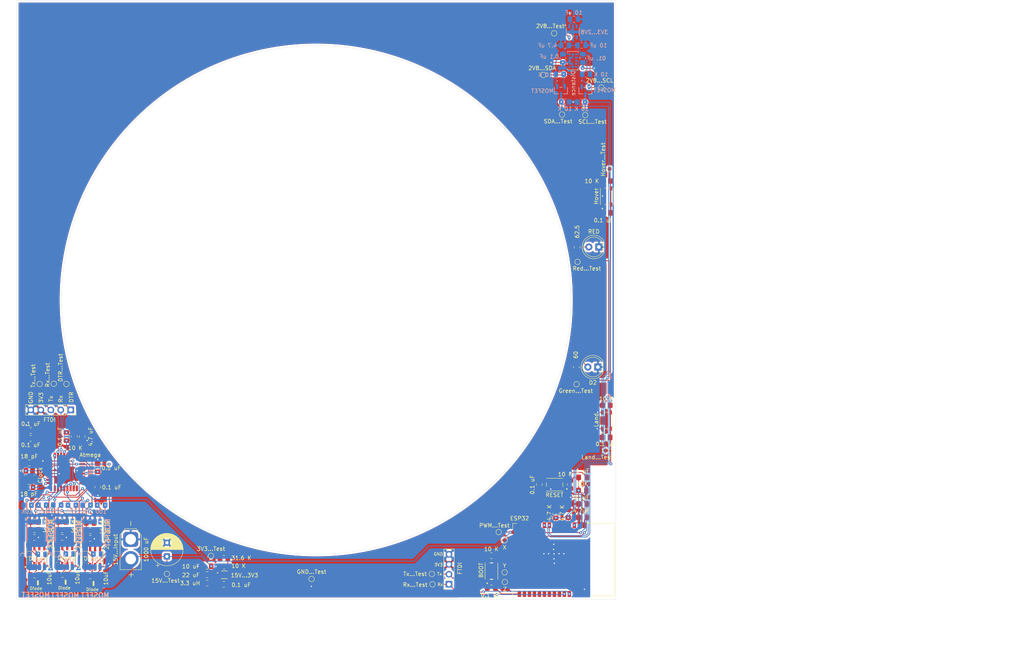
<source format=kicad_pcb>
(kicad_pcb (version 20241229) (generator "pcbnew") (generator_version "9.0")
  (layers (0 "F.Cu" signal) (2 "B.Cu" signal) (13 "F.Paste" user) (15 "B.Paste" user) (5 "F.SilkS" user "F.Silkscreen") (7 "B.SilkS" user "B.Silkscreen") (1 "F.Mask" user) (3 "B.Mask" user) (25 "Edge.Cuts" user))
  (net 0 "")
  (net 1 "/Distance/2V8")
  (net 2 "/Distance/SDA_2.8 V")
  (net 3 "/Distance/SCL_2.8 V")
  (net 4 "/BuckRegulator/Battery")
  (net 5 "/MotorDriver/PHASEA")
  (net 6 "/MotorDriver/PHASEB")
  (net 7 "/MotorDriver/PHASEC")
  (net 8 "GNDREF")
  (net 9 "Net-(U3-IO48)")
  (net 10 "Net-(U3-IO47)")
  (net 11 "Net-(U3-IO46)")
  (net 12 "/Microcontorller/Tx")
  (net 14 "/Microcontorller/Rx")
  (net 15 "/Buttons/Land")
  (net 16 "/LED/RED LED")
  (net 19 "/LED/GREEN LED")
  (net 20 "/Microcontorller/PWM")
  (net 22 "/Microcontorller/~{RESET}")
  (net 30 "/Microcontorller/~{BOOT}")
  (net 31 "/Buttons/Hover")
  (net 34 "/MotorDriver/GLC")
  (net 35 "/MotorDriver/BH")
  (net 36 "/MotorDriver/CH")
  (net 37 "/MotorDriver/CL")
  (net 38 "/MotorDriver/GLA")
  (net 39 "/MotorDriver/AH")
  (net 40 "/MotorDriver/GHB")
  (net 41 "/MotorDriver/BL")
  (net 42 "/MotorDriver/GHA")
  (net 43 "/MotorDriver/GLB")
  (net 44 "/MotorDriver/GHC")
  (net 45 "/MotorDriver/AL")
  (net 46 "/MotorDriver/~{RESET}")
  (net 47 "/MotorDriver/Tx")
  (net 48 "/MotorDriver/Rx")
  (net 49 "/MotorDriver/SensingC")
  (net 50 "/MotorDriver/COMMON")
  (net 51 "/MotorDriver/SensingB")
  (net 52 "/MotorDriver/SensingA")
  (net 53 "/BuckRegulator/3V3")
  (net 55 "/MotorDriver/DTR")
  (net 65 "/Distance/SDA")
  (net 66 "/Distance/SCL")
  (net 76 "Net-(U4-PB6)")
  (net 77 "Net-(D2-A)")
  (net 78 "Net-(D1-A)")
  (net 79 "Net-(U4-AREF)")
  (net 80 "Net-(U6-SW)")
  (net 82 "Net-(U6-FB)")
  (net 83 "Net-(U6-BST)")
  (net 84 "Net-(D3-K)")
  (net 85 "Net-(U4-PB7)")
  (net 90 "Net-(Q8-G)")
  (net 91 "Net-(D5-K)")
  (net 92 "Net-(Q7-G)")
  (net 93 "Net-(Q6-G)")
  (net 94 "Net-(Q5-G)")
  (net 95 "Net-(D4-K)")
  (net 96 "Net-(Q4-G)")
  (net 97 "Net-(Q3-G)")
  (footprint "LibraryHMS_FSymbols_Library:R_0805_2012Metric_Pad1.20x1.40mm_HandSolder" (layer "F.Cu") (at 72.6354 167.3409 180)
    (property "Reference" "10 K")
    (property "Value" "10 K")
  )
  (footprint "LibraryHMS_FSymbols_Library:C_0805_2012Metric_Pad1.18x1.45mm_HandSolder" (layer "F.Cu") (at 163.8593 151.4856)
    (property "Reference" "0.1uF")
    (property "Value" "0.1 uF")
  )
  (footprint "LibraryHMS_FSymbols_Library:C_0805_2012Metric_Pad1.18x1.45mm_HandSolder" (layer "F.Cu") (at 24.3975 160.0164 180)
    (property "Reference" "2.2uF")
    (property "Value" "2.2 uF")
  )
  (footprint "LibraryHMS_FSymbols_Library:LED_D5.0mm" (layer "F.Cu") (at 167.7162 116.6368 180)
    (property "Reference" "D2")
    (property "Value" "GREEN")
  )
  (footprint "LibraryHMS_FSymbols_Library:C_0805_2012Metric_Pad1.18x1.45mm_HandSolder" (layer "F.Cu") (at 140.6249 172.8724 180)
    (property "Reference" "0.1 uF")
    (property "Value" "0.1 uF")
  )
  (footprint "LibraryHMS_FSymbols_Library:TestPoint_Pad_D1.0mm" (layer "F.Cu") (at 156.6 31.7)
    (property "Reference" "2V8...Test")
    (property "Value" "TestPoint_Small")
  )
  (footprint "LibraryHMS_FSymbols_Library:R_0805_2012Metric_Pad1.20x1.40mm_HandSolder" (layer "F.Cu") (at 163.8206 148.0566 180)
    (property "Reference" "10K")
    (property "Value" "10 K")
  )
  (footprint "LibraryHMS_FSymbols_Library:C_0805_2012Metric_Pad1.18x1.45mm_HandSolder" (layer "F.Cu") (at 40.55 147.1875 90)
    (property "Reference" "0.1 uF")
    (property "Value" "0.1 uF")
  )
  (footprint "LibraryHMS_FSymbols_Library:R_0805_2012Metric_Pad1.20x1.40mm_HandSolder" (layer "F.Cu") (at 31.46 156.0664 180)
    (property "Reference" "33K")
    (property "Value" "33 K")
  )
  (footprint "LibraryHMS_FSymbols_Library:TestPoint_Pad_D1.0mm" (layer "F.Cu") (at 144 168.9)
    (property "Reference" "Y")
    (property "Value" "TestPoint_Small")
  )
  (footprint "LibraryHMS_FSymbols_Library:SW_PTS810_SJM_250_SMTR_LFS" (layer "F.Cu") (at 169.9704 73.2081 90)
    (property "Reference" "Hover")
    (property "Value" "PTS810_SJM_250_SMTR_LFS")
  )
  (footprint "LibraryHMS_FSymbols_Library:SO8N_INF" (layer "F.Cu") (at 25.025 164.7776 90)
    (property "Reference" "Driver")
    (property "Value" "IR2101STRPBF")
  )
  (footprint "LibraryHMS_FSymbols_Library:R_0805_2012Metric_Pad1.20x1.40mm_HandSolder" (layer "F.Cu") (at 24.41 158.0414)
    (property "Reference" "33K")
    (property "Value" "33 K")
  )
  (footprint "LibraryHMS_FSymbols_Library:SW_PTS810_SJM_250_SMTR_LFS" (layer "F.Cu") (at 140.6514 168.5784 90)
    (property "Reference" "BOOT")
    (property "Value" "PTS810_SJM_250_SMTR_LFS")
  )
  (footprint "LibraryHMS_FSymbols_Library:TestPoint_Pad_D1.0mm" (layer "F.Cu") (at 29.35 120.9)
    (property "Reference" "Rx...Test")
    (property "Value" "TestPoint_Small")
  )
  (footprint "LibraryHMS_FSymbols_Library:C_0805_2012Metric_Pad1.18x1.45mm_HandSolder" (layer "F.Cu") (at 40.5 142.2625 90)
    (property "Reference" "0.1 uF")
    (property "Value" "0.1 uF")
  )
  (footprint "LibraryHMS_FSymbols_Library:R_0805_2012Metric_Pad1.20x1.40mm_HandSolder" (layer "F.Cu") (at 24.435 156.1164 180)
    (property "Reference" "33K")
    (property "Value" "33 K")
  )
  (footprint "LibraryHMS_FSymbols_Library:C_0805_2012Metric_Pad1.18x1.45mm_HandSolder" (layer "F.Cu") (at 163.8593 154.9146)
    (property "Reference" "4.7uF")
    (property "Value" "4.7 uF")
  )
  (footprint "LibraryHMS_FSymbols_Library:R_0805_2012Metric_Pad1.20x1.40mm_HandSolder" (layer "F.Cu") (at 160.7336 146.5516 90)
    (property "Reference" "10 K")
    (property "Value" "10 K")
  )
  (footprint "LibraryHMS_FSymbols_Library:TestPoint_Pad_D1.0mm" (layer "F.Cu") (at 142.5 158.65)
    (property "Reference" "PWM...Test")
    (property "Value" "TestPoint_Small")
  )
  (footprint "LibraryHMS_FSymbols_Library:PinSocket_1x05_P2.54mm_Vertical" (layer "F.Cu") (at 33.65 127.55 -90)
    (property "Reference" "FTDI")
    (property "Value" "Conn_01x05_Socket")
  )
  (footprint "LibraryHMS_FSymbols_Library:TestPoint_Pad_D1.0mm" (layer "F.Cu") (at 32.55 120.95)
    (property "Reference" "DTR...Test")
    (property "Value" "TestPoint_Small")
  )
  (footprint "LibraryHMS_FSymbols_Library:R_0805_2012Metric_Pad1.20x1.40mm_HandSolder" (layer "F.Cu") (at 162.4584 86.1662 90)
    (property "Reference" "62.5")
    (property "Value" "62.5")
  )
  (footprint "LibraryHMS_FSymbols_Library:C_0805_2012Metric_Pad1.18x1.45mm_HandSolder" (layer "F.Cu") (at 23.4625 134.8 180)
    (property "Reference" "0.1 uF")
    (property "Value" "0.1 uF")
  )
  (footprint "LibraryHMS_FSymbols_Library:R_0805_2012Metric_Pad1.20x1.40mm_HandSolder" (layer "F.Cu") (at 160.1724 153.9654 -90)
    (property "Reference" "4.7 K")
    (property "Value" "4.7 K")
  )
  (footprint "LibraryHMS_FSymbols_Library:TestPoint_Pad_D1.0mm" (layer "F.Cu") (at 69.3 164.7)
    (property "Reference" "3V3...Test")
    (property "Value" "TestPoint_Small")
  )
  (footprint "LibraryHMS_FSymbols_Library:R_0805_2012Metric_Pad1.20x1.40mm_HandSolder" (layer "F.Cu") (at 162.2348 116.6782 90)
    (property "Reference" "60")
    (property "Value" "60")
  )
  (footprint "LibraryHMS_FSymbols_Library:SW_PTS810_SJM_250_SMTR_LFS" (layer "F.Cu") (at 169.8878 130.2565 90)
    (property "Reference" "Land")
    (property "Value" "PTS810_SJM_250_SMTR_LFS")
  )
  (footprint "LibraryHMS_FSymbols_Library:C_0805_2012Metric_Pad1.18x1.45mm_HandSolder" (layer "F.Cu") (at 36.5398 134.3431 -90)
    (property "Reference" "4.7 uF")
    (property "Value" "4.7 uF")
  )
  (footprint "LibraryHMS_FSymbols_Library:TestPoint_Pad_D1.0mm" (layer "F.Cu") (at 164.5 52.5)
    (property "Reference" "SCL...Test")
    (property "Value" "TestPoint_Small")
  )
  (footprint "LibraryHMS_FSymbols_Library:TestPoint_Pad_D1.0mm" (layer "F.Cu") (at 125.5 169.3)
    (property "Reference" "Tx...Test")
    (property "Value" "TestPoint_Small")
  )
  (footprint "LibraryHMS_FSymbols_Library:R_0805_2012Metric_Pad1.20x1.40mm_HandSolder" (layer "F.Cu") (at 31.46 158.0664)
    (property "Reference" "33K")
    (property "Value" "33 K")
  )
  (footprint "LibraryHMS_FSymbols_Library:TestPoint_Pad_D1.0mm" (layer "F.Cu") (at 58.1 169.3)
    (property "Reference" "15V...Test")
    (property "Value" "TestPoint_Small")
  )
  (footprint "LibraryHMS_FSymbols_Library:SODFL2512X100N" (layer "F.Cu") (at 24.885 171.5664 180)
    (property "Reference" "Diode")
    (property "Value" "1N4148WS")
  )
  (footprint "LibraryHMS_FSymbols_Library:R_0805_2012Metric_Pad1.20x1.40mm_HandSolder" (layer "F.Cu") (at 169.91 69.2912)
    (property "Reference" "10 K")
    (property "Value" "10 K")
  )
  (footprint "LibraryHMS_FSymbols_Library:R_0805_2012Metric_Pad1.20x1.40mm_HandSolder" (layer "F.Cu") (at 157.0228 154.0162 -90)
    (property "Reference" "4.7 K")
    (property "Value" "4.7 K")
  )
  (footprint "LibraryHMS_FSymbols_Library:C_0805_2012Metric_Pad1.18x1.45mm_HandSolder" (layer "F.Cu") (at 38.6225 160.2414 180)
    (property "Reference" "2.2uF")
    (property "Value" "2.2 uF")
  )
  (footprint "LibraryHMS_FSymbols_Library:C_0805_2012Metric_Pad1.18x1.45mm_HandSolder" (layer "F.Cu") (at 72.5625 171.95 180)
    (property "Reference" "0.1 uF")
    (property "Value" "0.1 uF")
  )
  (footprint "LibraryHMS_FSymbols_Library:SO8N_INF" (layer "F.Cu") (at 39.21 165.0164 90)
    (property "Reference" "Driver")
    (property "Value" "IR2101STRPBF")
  )
  (footprint "LibraryHMS_FSymbols_Library:SO8N_INF" (layer "F.Cu") (at 32.12 164.7302 90)
    (property "Reference" "Driver")
    (property "Value" "IR2101STRPBF")
  )
  (footprint "LibraryHMS_FSymbols_Library:C_0805_2012Metric_Pad1.18x1.45mm_HandSolder" (layer "F.Cu") (at 32.5688 134.3297 -90)
    (property "Reference" "0.1 uF")
    (property "Value" "0.1 uF")
  )
  (footprint "LibraryHMS_FSymbols_Library:SW_PTS810_SJM_250_SMTR_LFS" (layer "F.Cu") (at 156.725 146.575 180)
    (property "Reference" "RESET")
    (property "Value" "PTS810_SJM_250_SMTR_LFS")
  )
  (footprint "LibraryHMS_FSymbols_Library:C_0805_2012Metric_Pad1.18x1.45mm_HandSolder" (layer "F.Cu") (at 38.6225 169.7914)
    (property "Reference" "10uF")
    (property "Value" "10 uF")
  )
  (footprint "LibraryHMS_FSymbols_Library:C_0805_2012Metric_Pad1.18x1.45mm_HandSolder" (layer "F.Cu") (at 152.8294 146.5629 -90)
    (property "Reference" "0.1 uF")
    (property "Value" "0.1 uF")
  )
  (footprint "LibraryHMS_FSymbols_Library:C_0805_2012Metric_Pad1.18x1.45mm_HandSolder" (layer "F.Cu") (at 163.8847 144.7292)
    (property "Reference" "1 uF")
    (property "Value" "1 uF")
  )
  (footprint "LibraryHMS_FSymbols_Library:R_0805_2012Metric_Pad1.20x1.40mm_HandSolder" (layer "F.Cu") (at 38.61 158.2914)
    (property "Reference" "33K")
    (property "Value" "33 K")
  )
  (footprint "LibraryHMS_FSymbols_Library:TestPoint_Pad_D1.0mm" (layer "F.Cu") (at 158.6 52.35)
    (property "Reference" "SDA...Test")
    (property "Value" "TestPoint_Small")
  )
  (footprint "LibraryHMS_FSymbols_Library:XTAL_ABM8G-16.000MHZ-18-D2Y-T" (layer "F.Cu") (at 23.0817 144.1482)
    (property "Reference" "Clock")
    (property "Value" "ABM8G-16.000MHZ-18-D2Y-T")
  )
  (footprint "LibraryHMS_FSymbols_Library:LED_D5.0mm" (layer "F.Cu") (at 167.9702 86.0806 180)
    (property "Reference" "RED")
    (property "Value" "RED")
  )
  (footprint "LibraryHMS_FSymbols_Library:TestPoint_Pad_D1.0mm" (layer "F.Cu") (at 170.7 66.2)
    (property "Reference" "Hover...Test")
    (property "Value" "TestPoint_Small")
  )
  (footprint "LibraryHMS_FSymbols_Library:C_0805_2012Metric_Pad1.18x1.45mm_HandSolder" (layer "F.Cu") (at 24.4475 169.5664)
    (property "Reference" "10uF")
    (property "Value" "10 uF")
  )
  (footprint "Connector_PinSocket_2.54mm:PinSocket_1x04_P2.54mm_Vertical" (layer "F.Cu") (at 129.8452 171.9226 180)
    (property "Reference" "FTDI")
    (property "Value" "Conn_01x04_Socket")
  )
  (footprint "LibraryHMS_FSymbols_Library:TestPoint_Pad_D1.0mm" (layer "F.Cu") (at 162.55 89.85)
    (property "Reference" "Red...Test")
    (property "Value" "TestPoint_Small")
  )
  (footprint "LibraryHMS_FSymbols_Library:C_0805_2012Metric_Pad1.18x1.45mm_HandSolder" (layer "F.Cu") (at 169.8125 134.55 180)
    (property "Reference" "0.1 uF")
    (property "Value" "0.1 uF")
  )
  (footprint "LibraryHMS_FSymbols_Library:C_0805_2012Metric_Pad1.18x1.45mm_HandSolder" (layer "F.Cu") (at 68.3375 169.5)
    (property "Reference" "22 uF")
    (property "Value" "22 uF")
  )
  (footprint "LibraryHMS_FSymbols_Library:SODFL2512X100N" (layer "F.Cu") (at 39.035 171.7414 180)
    (property "Reference" "Diode")
    (property "Value" "1N4148WS")
  )
  (footprint "LibraryHMS_FSymbols_Library:SODFL2512X100N" (layer "F.Cu") (at 31.935 171.3914 180)
    (property "Reference" "Diode")
    (property "Value" "1N4148WS")
  )
  (footprint "LibraryHMS_FSymbols_Library:TestPoint_Pad_D1.0mm" (layer "F.Cu") (at 168.6 45.5)
    (property "Reference" "2V8...SCL")
    (property "Value" "TestPoint_Small")
  )
  (footprint "LibraryHMS_FSymbols_Library:C_0805_2012Metric_Pad1.18x1.45mm_HandSolder" (layer "F.Cu") (at 23.0875 141.05)
    (property "Reference" "18 pF")
    (property "Value" "18 pF")
  )
  (footprint "LibraryHMS_FSymbols_Library:TestPoint_Pad_D1.0mm" (layer "F.Cu") (at 144 160.75)
    (property "Reference" "X")
    (property "Value" "TestPoint_Small")
  )
  (footprint "LibraryHMS_FSymbols_Library:C_0805_2012Metric_Pad1.18x1.45mm_HandSolder" (layer "F.Cu") (at 169.9045 77.3938 180)
    (property "Reference" "0.1 uF")
    (property "Value" "0.1 uF")
  )
  (footprint "LibraryHMS_FSymbols_Library:TestPoint_Pad_D1.0mm" (layer "F.Cu") (at 25.75 120.95)
    (property "Reference" "Tx...Test")
    (property "Value" "TestPoint_Small")
  )
  (footprint "LibraryHMS_FSymbols_Library:SOT563_DIO" (layer "F.Cu") (at 72.7006 169.5253)
    (property "Reference" "15V...3V3")
    (property "Value" "AP62150Z6-7")
  )
  (footprint "LibraryHMS_FSymbols_Library:TestPoint_Pad_D1.0mm" (layer "F.Cu") (at 169.7 137.9)
    (property "Reference" "Land...Test")
    (property "Value" "TestPoint_Small")
  )
  (footprint "LibraryHMS_FSymbols_Library:C_0805_2012Metric_Pad1.18x1.45mm_HandSolder" (layer "F.Cu") (at 31.4975 160.0164 180)
    (property "Reference" "2.2uF")
    (property "Value" "2.2 uF")
  )
  (footprint "LibraryHMS_FSymbols_Library:C_0805_2012Metric_Pad1.18x1.45mm_HandSolder" (layer "F.Cu") (at 23.0191 147.2476 180)
    (property "Reference" "18 pF")
    (property "Value" "18 pF")
  )
  (footprint "LibraryHMS_FSymbols_Library:R_0805_2012Metric_Pad1.20x1.40mm_HandSolder" (layer "F.Cu") (at 34.55 134.3 90)
    (property "Reference" "10 K")
    (property "Value" "10 K")
  )
  (footprint "LibraryHMS_FSymbols_Library:QFP80P900X900X120-32N" (layer "F.Cu") (at 32.4 143.35)
    (property "Reference" "Atmega")
    (property "Value" "ATMEGA328P-AU")
  )
  (footprint "LibraryHMS_FSymbols_Library:TestPoint_Pad_D1.0mm" (layer "F.Cu") (at 94.9 170.6)
    (property "Reference" "GND...Test")
    (property "Value" "TestPoint_Small")
  )
  (footprint "LibraryHMS_FSymbols_Library:R_0805_2012Metric_Pad1.20x1.40mm_HandSolder" (layer "F.Cu") (at 169.8592 126.365)
    (property "Reference" "10 K")
    (property "Value" "10 K")
  )
  (footprint "LibraryHMS_FSymbols_Library:R_0805_2012Metric_Pad1.20x1.40mm_HandSolder" (layer "F.Cu") (at 38.585 156.3414 180)
    (property "Reference" "33K")
    (property "Value" "33 K")
  )
  (footprint "LibraryHMS_FSymbols_Library:ESP32-S3-WROOM-1" (layer "F.Cu") (at 159.0226 165.649 -90)
    (property "Reference" "ESP32")
    (property "Value" "ESP32-S3-WROOM-1")
  )
  (footprint "LibraryHMS_FSymbols_Library:C_0805_2012Metric_Pad1.18x1.45mm_HandSolder" (layer "F.Cu") (at 23.4625 132.8 180)
    (property "Reference" "0.1 uF")
    (property "Value" "0.1 uF")
  )
  (footprint "Capacitor_THT:CP_Radial_D8.0mm_P3.50mm" (layer "F.Cu") (at 58.1 164.85 90)
    (property "Reference" "1000 uF")
    (property "Value" "1000 uF")
  )
  (footprint "LibraryHMS_FSymbols_Library:AMASS_XT30U-F_1x02_P5.0mm_Vertical" (layer "F.Cu") (at 48.9 160.5 -90)
    (property "Reference" "15V...Input")
    (property "Value" "15V Input")
  )
  (footprint "LibraryHMS_FSymbols_Library:C_0805_2012Metric_Pad1.18x1.45mm_HandSolder" (layer "F.Cu") (at 31.5225 169.4664)
    (property "Reference" "10uF")
    (property "Value" "10 uF")
  )
  (footprint "LibraryHMS_FSymbols_Library:C_0805_2012Metric_Pad1.18x1.45mm_HandSolder" (layer "F.Cu") (at 68.3375 167.35 180)
    (property "Reference" "10 uF")
    (property "Value" "10 uF")
  )
  (footprint "LibraryHMS_FSymbols_Library:TestPoint_Pad_D1.0mm" (layer "F.Cu") (at 125.65 171.95)
    (property "Reference" "Rx...Test")
    (property "Value" "TestPoint_Small")
  )
  (footprint "LibraryHMS_FSymbols_Library:TestPoint_Pad_D1.0mm" (layer "F.Cu") (at 144.05 171.35)
    (property "Reference" "Z")
    (property "Value" "TestPoint_Small")
  )
  (footprint "LibraryHMS_FSymbols_Library:TestPoint_Pad_D1.0mm" (layer "F.Cu") (at 162.3 121)
    (property "Reference" "Green...Test")
    (property "Value" "TestPoint_Small")
  )
  (footprint "LibraryHMS_FSymbols_Library:TestPoint_Pad_D1.0mm" (layer "F.Cu") (at 153.8 42.3)
    (property "Reference" "2V8...SDA")
    (property "Value" "TestPoint_Small")
  )
  (footprint "LibraryHMS_FSymbols_Library:R_0805_2012Metric_Pad1.20x1.40mm_HandSolder" (layer "F.Cu") (at 72.6 165.3)
    (property "Reference" "31.6 K")
    (property "Value" "31.6 K")
  )
  (footprint "LibraryHMS_FSymbols_Library:L_0805_2012Metric_Pad1.15x1.40mm_HandSolder" (layer "F.Cu") (at 68.375 171.65 180)
    (property "Reference" "3.3 uH")
    (property "Value" "3.3 uH")
  )
  (footprint "LibraryHMS_FSymbols_Library:R_0805_2012Metric_Pad1.20x1.40mm_HandSolder" (layer "F.Cu") (at 140.6304 164.6428)
    (property "Reference" "10 K")
    (property "Value" "10 K")
  )
  (footprint "LibraryHMS_FSymbols_Library:R_0805_2012Metric_Pad1.20x1.40mm_HandSolder" (layer "B.Cu") (at 41.395 151.7914 180)
    (property "Reference" "100")
    (property "Value" "100")
  )
  (footprint "LibraryHMS_FSymbols_Library:R_0805_2012Metric_Pad1.20x1.40mm_HandSolder" (layer "B.Cu") (at 22.645 151.7914 180)
    (property "Reference" "10K")
    (property "Value" "10 K")
  )
  (footprint "LibraryHMS_FSymbols_Library:TPH1R403NLL1Q" (layer "B.Cu") (at 32.135 170.4039)
    (property "Reference" "MOSFET")
    (property "Value" "TPH1R403NL,L1Q" (hide yes))
  )
  (footprint "TestPoint:TestPoint_Pad_1.0x1.0mm" (layer "B.Cu") (at 23.05 164.2664 180)
    (property "Reference" "C")
    (property "Value" "TestPoint_Small")
  )
  (footprint "LibraryHMS_FSymbols_Library:R_0805_2012Metric_Pad1.20x1.40mm_HandSolder" (layer "B.Cu") (at 163.452201 49.212401)
    (property "Reference" "10 K")
    (property "Value" "10 K")
  )
  (footprint "LibraryHMS_FSymbols_Library:R_0805_2012Metric_Pad1.20x1.40mm_HandSolder" (layer "B.Cu") (at 164.722201 42.100401 180)
    (property "Reference" "10 K")
    (property "Value" "10 K")
  )
  (footprint "LibraryHMS_FSymbols_Library:SOT-23-5_M5_MCH" (layer "B.Cu") (at 161.363602 31.337151 -90)
    (property "Reference" "3V3...2V8")
    (property "Value" "MIC5255-2.8YM5-TR")
  )
  (footprint "LibraryHMS_FSymbols_Library:R_0805_2012Metric_Pad1.20x1.40mm_HandSolder" (layer "B.Cu") (at 40.4 164.2414)
    (property "Reference" "100")
    (property "Value" "100")
  )
  (footprint "LibraryHMS_FSymbols_Library:C_0805_2012Metric_Pad1.18x1.45mm_HandSolder" (layer "B.Cu") (at 163.559301 34.734401)
    (property "Reference" "10 uF")
    (property "Value" "10 uF")
  )
  (footprint "LibraryHMS_FSymbols_Library:R_0805_2012Metric_Pad1.20x1.40mm_HandSolder" (layer "B.Cu") (at 37.67 151.7914 180)
    (property "Reference" "10K")
    (property "Value" "10 K")
  )
  (footprint "TestPoint:TestPoint_Pad_1.0x1.0mm" (layer "B.Cu") (at 30.21 164.2414 180)
    (property "Reference" "B")
    (property "Value" "TestPoint_Small")
  )
  (footprint "LibraryHMS_FSymbols_Library:R_0805_2012Metric_Pad1.20x1.40mm_HandSolder" (layer "B.Cu") (at 26.25 164.2914)
    (property "Reference" "100")
    (property "Value" "100")
  )
  (footprint "LibraryHMS_FSymbols_Library:R_0805_2012Metric_Pad1.20x1.40mm_HandSolder" (layer "B.Cu") (at 158.016601 42.100401)
    (property "Reference" "10 K")
    (property "Value" "10 K")
  )
  (footprint "LibraryHMS_FSymbols_Library:R_0805_2012Metric_Pad1.20x1.40mm_HandSolder" (layer "B.Cu") (at 30.195 151.7664 180)
    (property "Reference" "10K")
    (property "Value" "10 K")
  )
  (footprint "LibraryHMS_FSymbols_Library:TPH1R403NLL1Q" (layer "B.Cu") (at 32.11 158.7914)
    (property "Reference" "MOSFET")
    (property "Value" "TPH1R403NL,L1Q" (hide yes))
  )
  (footprint "LibraryHMS_FSymbols_Library:R_0805_2012Metric_Pad1.20x1.40mm_HandSolder" (layer "B.Cu") (at 26.42 151.7914 180)
    (property "Reference" "100")
    (property "Value" "100")
  )
  (footprint "LibraryHMS_FSymbols_Library:C_0805_2012Metric_Pad1.18x1.45mm_HandSolder" (layer "B.Cu") (at 159.376101 34.759801 180)
    (property "Reference" "4.7 uF")
    (property "Value" "4.7 uF")
  )
  (footprint "LibraryHMS_FSymbols_Library:R_0805_2012Metric_Pad1.20x1.40mm_HandSolder" (layer "B.Cu") (at 33.4 164.2164)
    (property "Reference" "100")
    (property "Value" "100")
  )
  (footprint "LibraryHMS_FSymbols_Library:TPH1R403NLL1Q" (layer "B.Cu") (at 24.985 158.8414)
    (property "Reference" "MOSFET")
    (property "Value" "TPH1R403NL,L1Q" (hide yes))
  )
  (footprint "LibraryHMS_FSymbols_Library:R_0805_2012Metric_Pad1.20x1.40mm_HandSolder" (layer "B.Cu") (at 159.413601 49.161601 180)
    (property "Reference" "10 K")
    (property "Value" "10 K")
  )
  (footprint "LibraryHMS_FSymbols_Library:TPH1R403NLL1Q" (layer "B.Cu") (at 39.185 170.3914)
    (property "Reference" "MOSFET")
    (property "Value" "TPH1R403NL,L1Q" (hide yes))
  )
  (footprint "LibraryHMS_FSymbols_Library:SOT-23-3_1P4X3P040_ONS" (layer "B.Cu") (at 158.3525 46.266)
    (property "Reference" "MOSFET")
    (property "Value" "BSS138")
  )
  (footprint "LibraryHMS_FSymbols_Library:LGA12_STM" (layer "B.Cu") (at 161.378801 38.646001 -90)
    (property "Reference" "Distance")
    (property "Value" "VL53L0CXV0DH/1")
  )
  (footprint "LibraryHMS_FSymbols_Library:C_0805_2012Metric_Pad1.18x1.45mm_HandSolder" (layer "B.Cu") (at 158.813401 38.057901 -90)
    (property "Reference" "0.1 uF")
    (property "Value" "0.1 uF")
  )
  (footprint "LibraryHMS_FSymbols_Library:C_0805_2012Metric_Pad1.18x1.45mm_HandSolder" (layer "B.Cu") (at 163.893401 38.032501 -90)
    (property "Reference" "01. uF")
    (property "Value" "0.1 uF")
  )
  (footprint "LibraryHMS_FSymbols_Library:TPH1R403NLL1Q" (layer "B.Cu") (at 25.065 170.4414)
    (property "Reference" "MOSFET")
    (property "Value" "TPH1R403NL,L1Q" (hide yes))
  )
  (footprint "LibraryHMS_FSymbols_Library:SOT-23-3_1P4X3P040_ONS" (layer "B.Cu") (at 164.55 46.284)
    (property "Reference" "MOSFET")
    (property "Value" "BSS138")
  )
  (footprint "LibraryHMS_FSymbols_Library:TPH1R403NLL1Q" (layer "B.Cu") (at 39.185 158.8)
    (property "Reference" "MOSFET")
    (property "Value" "TPH1R403NL,L1Q" (hide yes))
  )
  (footprint "TestPoint:TestPoint_Pad_1.0x1.0mm" (layer "B.Cu") (at 37.2872 164.2364 180)
    (property "Reference" "A")
    (property "Value" "TestPoint_Small")
  )
  (footprint "LibraryHMS_FSymbols_Library:R_0805_2012Metric_Pad1.20x1.40mm_HandSolder" (layer "B.Cu") (at 33.945 151.7914 180)
    (property "Reference" "100")
    (property "Value" "100")
  )
  (footprint "LibraryHMS_FSymbols_Library:C_0805_2012Metric_Pad1.18x1.45mm_HandSolder" (layer "B.Cu") (at 161.636701 28.105001)
    (property "Reference" "10 uF")
    (property "Value" "10 uF")
  )
  (gr_circle (center 96.0882 99.568) (end 160.8582 99.568) (stroke (width 0.05)) (fill no) (layer "Edge.Cuts"))
  (gr_rect (start 19.8882 23.368) (end 172.2882 175.768) (stroke (width 0.05)) (fill no) (layer "Edge.Cuts"))
  (gr_text "Rx" (at 126.85 172.45 0) (layer "F.SilkS") (effects (font (size 0.762 0.762) (thickness 0.127) (bold yes)) (justify left bottom)))
  (gr_text "GND" (at 125.9 164.7 0) (layer "F.SilkS") (effects (font (size 0.762 0.762) (thickness 0.127) (bold yes)) (justify left bottom)))
  (gr_text "Tx\n" (at 28.6 124.7 90) (layer "F.SilkS") (effects (font (size 1 1))))
  (gr_text "DTR" (at 33.8 124.3 90) (layer "F.SilkS") (effects (font (size 1 1))))
  (gr_text "3V3\n" (at 26.1 124.45 90) (layer "F.SilkS") (effects (font (size 1 1))))
  (gr_text "Tx" (at 126.75 169.75 0) (layer "F.SilkS") (effects (font (size 0.762 0.762) (thickness 0.127) (bold yes)) (justify left bottom)))
  (gr_text "3V3\n" (at 126.05 167.4 0) (layer "F.SilkS") (effects (font (size 0.762 0.762) (thickness 0.127) (bold yes)) (justify left bottom)))
  (gr_text "GND\n" (at 23.5 124.4 90) (layer "F.SilkS") (effects (font (size 1 1))))
  (gr_text "Rx\n" (at 31.1 124.75 90) (layer "F.SilkS") (effects (font (size 1 1))))
  (segment (start 156.6 31.7) (end 159.4112 31.7) (width 0.2032) (layer "F.Cu") (net 1))
  (segment (start 159.4112 31.7) (end 160.413601 32.702401) (width 0.2032) (layer "F.Cu") (net 1))
  (via (at 160.413601 32.702401) (size 0.762) (drill 0.3302) (layers "F.Cu" "B.Cu") (net 1))
  (segment (start 164.100657 45.326201) (end 163.639401 45.326201) (width 0.2032) (layer "B.Cu") (net 1))
  (segment (start 160.413601 34.759801) (end 162.496401 34.759801) (width 0.2032) (layer "B.Cu") (net 1))
  (segment (start 163.893401 36.995001) (end 164.0484 37.15) (width 0.2032) (layer "B.Cu") (net 1))
  (segment (start 162.229803 36.995001) (end 162.178802 37.046002) (width 0.2032) (layer "B.Cu") (net 1))
  (segment (start 166.145201 46.106657) (end 165.882357 46.369501) (width 0.2032) (layer "B.Cu") (net 1))
  (segment (start 157.016601 38.817201) (end 157.016601 42.100401) (width 0.2032) (layer "B.Cu") (net 1))
  (segment (start 162.496401 34.759801) (end 162.521801 34.734401) (width 0.2032) (layer "B.Cu") (net 1))
  (segment (start 160.553199 37.020401) (end 160.5788 37.046002) (width 0.2032) (layer "B.Cu") (net 1))
  (segment (start 165.722201 42.100401) (end 166.145201 42.523401) (width 0.2032) (layer "B.Cu") (net 1))
  (segment (start 157.016601 42.100401) (end 157.016601 44.900601) (width 0.2032) (layer "B.Cu") (net 1))
  (segment (start 162.521801 34.734401) (end 162.521801 35.623401) (width 0.2032) (layer "B.Cu") (net 1))
  (segment (start 158.813401 37.020401) (end 160.553199 37.020401) (width 0.2032) (layer "B.Cu") (net 1))
  (segment (start 165.882357 46.369501) (end 165.143957 46.369501) (width 0.2032) (layer "B.Cu") (net 1))
  (segment (start 163.893401 36.995001) (end 162.229803 36.995001) (width 0.2032) (layer "B.Cu") (net 1))
  (segment (start 158.813401 37.020401) (end 157.016601 38.817201) (width 0.2032) (layer "B.Cu") (net 1))
  (segment (start 160.413601 32.702401) (end 160.413601 34.759801) (width 0.2032) (layer "B.Cu") (net 1))
  (segment (start 165.722201 37.472201) (end 165.722201 42.100401) (width 0.2032) (layer "B.Cu") (net 1))
  (segment (start 160.413601 34.759801) (end 158.813401 36.360001) (width 0.2032) (layer "B.Cu") (net 1))
  (segment (start 162.521801 35.623401) (end 163.893401 36.995001) (width 0.2032) (layer "B.Cu") (net 1))
  (segment (start 157.016601 44.900601) (end 157.421401 45.305401) (width 0.2032) (layer "B.Cu") (net 1))
  (segment (start 165.4 37.15) (end 165.722201 37.472201) (width 0.2032) (layer "B.Cu") (net 1))
  (segment (start 166.145201 42.523401) (end 166.145201 46.106657) (width 0.2032) (layer "B.Cu") (net 1))
  (segment (start 158.813401 36.360001) (end 158.813401 37.020401) (width 0.2032) (layer "B.Cu") (net 1))
  (segment (start 165.143957 46.369501) (end 164.100657 45.326201) (width 0.2032) (layer "B.Cu") (net 1))
  (segment (start 164.0484 37.15) (end 165.4 37.15) (width 0.2032) (layer "B.Cu") (net 1))
  (segment (start 158.817002 42.3) (end 159.016601 42.100401) (width 0.2032) (layer "F.Cu") (net 2))
  (segment (start 153.8 42.3) (end 158.817002 42.3) (width 0.2032) (layer "F.Cu") (net 2))
  (via (at 159.016601 42.100401) (size 0.762) (drill 0.3302) (layers "F.Cu" "B.Cu") (net 2))
  (segment (start 162.734602 38.890202) (end 162.734602 40.8018) (width 0.2032) (layer "B.Cu") (net 2))
  (segment (start 159.016601 45.000601) (end 159.321401 45.305401) (width 0.2032) (layer "B.Cu") (net 2))
  (segment (start 159.016601 42.100401) (end 159.016601 45.000601) (width 0.2032) (layer "B.Cu") (net 2))
  (segment (start 162.490401 38.646001) (end 162.734602 38.890202) (width 0.2032) (layer "B.Cu") (net 2))
  (segment (start 161.436001 42.100401) (end 159.016601 42.100401) (width 0.2032) (layer "B.Cu") (net 2))
  (segment (start 162.734602 40.8018) (end 161.436001 42.100401) (width 0.2032) (layer "B.Cu") (net 2))
  (segment (start 162.178802 38.646001) (end 162.490401 38.646001) (width 0.2032) (layer "B.Cu") (net 2))
  (segment (start 165.691401 45.5) (end 165.459401 45.268) (width 0.2032) (layer "F.Cu") (net 3))
  (segment (start 168.6 45.5) (end 165.691401 45.5) (width 0.2032) (layer "F.Cu") (net 3))
  (via (at 165.459401 45.268) (size 0.762) (drill 0.3302) (layers "F.Cu" "B.Cu") (net 3))
  (segment (start 163.722201 43.509001) (end 165.539401 45.326201) (width 0.2032) (layer "B.Cu") (net 3))
  (segment (start 164.924201 40.898401) (end 163.722201 42.100401) (width 0.2032) (layer "B.Cu") (net 3))
  (segment (start 164.924201 38.495355) (end 164.924201 40.898401) (width 0.2032) (layer "B.Cu") (net 3))
  (segment (start 163.722201 42.100401) (end 163.722201 43.509001) (width 0.2032) (layer "B.Cu") (net 3))
  (segment (start 162.221103 37.888301) (end 164.317147 37.888301) (width 0.2032) (layer "B.Cu") (net 3))
  (segment (start 164.317147 37.888301) (end 164.924201 38.495355) (width 0.2032) (layer "B.Cu") (net 3))
  (segment (start 162.178802 37.846) (end 162.221103 37.888301) (width 0.2032) (layer "B.Cu") (net 3))
  (segment (start 69.375 167.35) (end 71.050301 169.025301) (width 0.2032) (layer "F.Cu") (net 4))
  (segment (start 71.050301 169.025301) (end 71.8497 169.025301) (width 0.2032) (layer "F.Cu") (net 4))
  (segment (start 37.3792 171.9972) (end 31.1408 171.9972) (width 0.2032) (layer "F.Cu") (net 4))
  (segment (start 37.635 171.7414) (end 37.3792 171.9972) (width 0.2032) (layer "F.Cu") (net 4))
  (segment (start 38.2408 172.3472) (end 37.635 171.7414) (width 0.2032) (layer "F.Cu") (net 4))
  (segment (start 37.305 169.5114) (end 37.585 169.7914) (width 0.2032) (layer "F.Cu") (net 4))
  (segment (start 30.535 171.3914) (end 29.7542 172.1722) (width 0.2032) (layer "F.Cu") (net 4))
  (segment (start 48.9 165.5) (end 42.0528 172.3472) (width 0.2032) (layer "F.Cu") (net 4))
  (segment (start 23.485 169.6414) (end 23.41 169.5664) (width 0.2032) (layer "F.Cu") (net 4))
  (segment (start 30.485 169.4664) (end 30.485 171.3414) (width 0.2032) (layer "F.Cu") (net 4))
  (segment (start 30.215 167.194) (end 30.215 169.1964) (width 0.2032) (layer "F.Cu") (net 4))
  (segment (start 37.305 167.4802) (end 37.305 169.5114) (width 0.2032) (layer "F.Cu") (net 4))
  (segment (start 37.585 169.7914) (end 37.585 171.6914) (width 0.2032) (layer "F.Cu") (net 4))
  (segment (start 23.12 169.2764) (end 23.41 169.5664) (width 0.2032) (layer "F.Cu") (net 4))
  (segment (start 29.7542 172.1722) (end 24.0908 172.1722) (width 0.2032) (layer "F.Cu") (net 4))
  (segment (start 37.585 171.6914) (end 37.635 171.7414) (width 0.2032) (layer "F.Cu") (net 4))
  (segment (start 30.485 171.3414) (end 30.535 171.3914) (width 0.2032) (layer "F.Cu") (net 4))
  (segment (start 31.1408 171.9972) (end 30.535 171.3914) (width 0.2032) (layer "F.Cu") (net 4))
  (segment (start 23.12 167.2414) (end 23.12 169.2764) (width 0.2032) (layer "F.Cu") (net 4))
  (segment (start 42.0528 172.3472) (end 38.2408 172.3472) (width 0.2032) (layer "F.Cu") (net 4))
  (segment (start 30.215 169.1964) (end 30.485 169.4664) (width 0.2032) (layer "F.Cu") (net 4))
  (segment (start 24.0908 172.1722) (end 23.485 171.5664) (width 0.2032) (layer "F.Cu") (net 4))
  (segment (start 23.485 171.5664) (end 23.485 169.6414) (width 0.2032) (layer "F.Cu") (net 4))
  (segment (start 58.1 169.3) (end 58.1 164.85) (width 0.2032) (layer "F.Cu") (net 4))
  (via (at 69.375 167.35) (size 0.762) (drill 0.3302) (layers "F.Cu" "B.Cu") (net 4))
  (segment (start 38.55 173.2414) (end 37.28 173.2414) (width 1.5) (layer "B.Cu") (net 4))
  (segment (start 39.185 170.8414) (end 43.5586 170.8414) (width 4) (layer "B.Cu") (net 4))
  (segment (start 32.77 173.2539) (end 31.5 173.2539) (width 1.5) (layer "B.Cu") (net 4))
  (segment (start 58.1 164.85) (end 49.55 164.85) (width 0.2032) (layer "B.Cu") (net 4))
  (segment (start 49.55 164.85) (end 48.9 165.5) (width 0.2032) (layer "B.Cu") (net 4))
  (segment (start 26.97 173.2914) (end 25.7 173.2914) (width 1.5) (layer "B.Cu") (net 4))
  (segment (start 25.065 170.8914) (end 32.0975 170.8914) (width 4) (layer "B.Cu") (net 4))
  (segment (start 43.5586 170.8414) (end 48.9 165.5) (width 4) (layer "B.Cu") (net 4))
  (segment (start 25.7 173.2914) (end 24.43 173.2914) (width 1.5) (layer "B.Cu") (net 4))
  (segment (start 39.82 173.2414) (end 38.55 173.2414) (width 1.5) (layer "B.Cu") (net 4))
  (segment (start 32.135 170.8539) (end 39.1725 170.8539) (width 4) (layer "B.Cu") (net 4))
  (segment (start 66.875 164.85) (end 69.375 167.35) (width 0.2032) (layer "B.Cu") (net 4))
  (segment (start 32.0975 170.8914) (end 32.135 170.8539) (width 0.2032) (layer "B.Cu") (net 4))
  (segment (start 23.16 173.2914) (end 24.43 173.2914) (width 1.5) (layer "B.Cu") (net 4))
  (segment (start 34.04 173.2539) (end 32.77 173.2539) (width 1.5) (layer "B.Cu") (net 4))
  (segment (start 34.0525 173.2414) (end 34.04 173.2539) (width 0.2032) (layer "B.Cu") (net 4))
  (segment (start 37.28 173.2414) (end 34.0525 173.2414) (width 1.5) (layer "B.Cu") (net 4))
  (segment (start 26.97 173.2914) (end 30.1925 173.2914) (width 1.5) (layer "B.Cu") (net 4))
  (segment (start 58.1 164.85) (end 66.875 164.85) (width 0.2032) (layer "B.Cu") (net 4))
  (segment (start 39.82 173.2414) (end 41.09 173.2414) (width 1.5) (layer "B.Cu") (net 4))
  (segment (start 30.23 173.2539) (end 31.5 173.2539) (width 1.5) (layer "B.Cu") (net 4))
  (segment (start 30.1925 173.2914) (end 30.23 173.2539) (width 0.2032) (layer "B.Cu") (net 4))
  (segment (start 39.1725 170.8539) (end 39.185 170.8414) (width 0.2032) (layer "B.Cu") (net 4))
  (segment (start 39.66 160.2414) (end 39.66 160.3) (width 0.2032) (layer "F.Cu") (net 5))
  (segment (start 39.66 162.3676) (end 39.845 162.5526) (width 0.2032) (layer "F.Cu") (net 5))
  (segment (start 39.66 158.3414) (end 39.61 158.2914) (width 0.2032) (layer "F.Cu") (net 5))
  (segment (start 39.66 160.2414) (end 39.66 158.3414) (width 0.2032) (layer "F.Cu") (net 5))
  (segment (start 39.66 160.2414) (end 39.66 162.3676) (width 0.2032) (layer "F.Cu") (net 5))
  (via (at 39.66 160.35) (size 0.762) (drill 0.3302) (layers "F.Cu" "B.Cu") (net 5))
  (segment (start 39.82 161.65) (end 38.55 161.65) (width 1.5) (layer "B.Cu") (net 5))
  (segment (start 38.55 161.65) (end 37.28 161.65) (width 1.5) (layer "B.Cu") (net 5))
  (segment (start 38.55 167.5414) (end 39.7108 167.5414) (width 1) (layer "B.Cu") (net 5))
  (segment (start 37.28 163.92) (end 37.28 161.65) (width 1.5) (layer "B.Cu") (net 5))
  (segment (start 38.55 167.5414) (end 37.28 167.5414) (width 1.5) (layer "B.Cu") (net 5))
  (segment (start 37.28 167.5414) (end 37.28 164.4364) (width 1.5) (layer "B.Cu") (net 5))
  (segment (start 41.09 161.65) (end 39.82 161.65) (width 1.5) (layer "B.Cu") (net 5))
  (segment (start 32.755 160.2364) (end 32.535 160.0164) (width 0.2032) (layer "F.Cu") (net 6))
  (segment (start 32.755 162.2664) (end 32.755 160.2364) (width 0.2032) (layer "F.Cu") (net 6))
  (segment (start 32.535 158.1414) (end 32.46 158.0664) (width 0.2032) (layer "F.Cu") (net 6))
  (segment (start 32.535 160.0164) (end 32.535 158.1414) (width 0.2032) (layer "F.Cu") (net 6))
  (segment (start 32.535 160.0164) (end 32.535 159.95) (width 0.2032) (layer "F.Cu") (net 6))
  (via (at 32.535 160.0164) (size 0.762) (drill 0.3302) (layers "F.Cu" "B.Cu") (net 6))
  (segment (start 30.23 167.5539) (end 31.5 167.5539) (width 1.5) (layer "B.Cu") (net 6))
  (segment (start 31.475 161.6414) (end 30.205 161.6414) (width 1.5) (layer "B.Cu") (net 6))
  (segment (start 30.23 164.2614) (end 30.21 164.2414) (width 1.5) (layer "B.Cu") (net 6))
  (segment (start 34.015 161.6414) (end 32.745 161.6414) (width 1.5) (layer "B.Cu") (net 6))
  (segment (start 32.77 167.5539) (end 31.5 167.5539) (width 1) (layer "B.Cu") (net 6))
  (segment (start 30.21 161.6464) (end 30.205 161.6414) (width 1.5) (layer "B.Cu") (net 6))
  (segment (start 30.21 164.2414) (end 30.21 161.6464) (width 1.5) (layer "B.Cu") (net 6))
  (segment (start 30.23 167.5539) (end 30.23 164.2614) (width 1.5) (layer "B.Cu") (net 6))
  (segment (start 32.745 161.6414) (end 31.475 161.6414) (width 1.5) (layer "B.Cu") (net 6))
  (segment (start 25.66 160.2414) (end 25.435 160.0164) (width 0.2032) (layer "F.Cu") (net 7))
  (segment (start 25.66 162.3138) (end 25.66 160.2414) (width 0.2032) (layer "F.Cu") (net 7))
  (segment (start 25.435 160.0164) (end 25.435 158.0664) (width 0.2032) (layer "F.Cu") (net 7))
  (segment (start 25.435 158.0664) (end 25.41 158.0414) (width 0.2032) (layer "F.Cu") (net 7))
  (via (at 25.435 160.0164) (size 0.762) (drill 0.3302) (layers "F.Cu" "B.Cu") (net 7))
  (segment (start 23.05 167.4814) (end 23.16 167.5914) (width 1.5) (layer "B.Cu") (net 7))
  (segment (start 25.7 167.5914) (end 24.43 167.5914) (width 1) (layer "B.Cu") (net 7))
  (segment (start 23.05 164.2664) (end 23.05 161.7214) (width 1.5) (layer "B.Cu") (net 7))
  (segment (start 23.05 161.7214) (end 23.08 161.6914) (width 1.5) (layer "B.Cu") (net 7))
  (segment (start 23.05 164.2664) (end 23.05 167.4814) (width 1.5) (layer "B.Cu") (net 7))
  (segment (start 26.89 161.6914) (end 25.62 161.6914) (width 1.5) (layer "B.Cu") (net 7))
  (segment (start 25.62 161.6914) (end 24.35 161.6914) (width 1.5) (layer "B.Cu") (net 7))
  (segment (start 24.35 161.6914) (end 23.08 161.6914) (width 1.5) (layer "B.Cu") (net 7))
  (segment (start 24.43 167.5914) (end 23.16 167.5914) (width 1.5) (layer "B.Cu") (net 7))
  (segment (start 168.9034 132.4221) (end 168.8128 132.3315) (width 0.2032) (layer "F.Cu") (net 8))
  (segment (start 156.5626 164.149) (end 156.45 164.0364) (width 0.2032) (layer "F.Cu") (net 8))
  (segment (start 40.55 148.225) (end 40.55 149.3) (width 0.2032) (layer "F.Cu") (net 8))
  (segment (start 71.6354 167.3409) (end 72.4603 168.1658) (width 0.2032) (layer "F.Cu") (net 8))
  (segment (start 22.425 132.8) (end 22.425 131.425) (width 0.2032) (layer "F.Cu") (net 8))
  (segment (start 28.23 143.75) (end 30.65 143.75) (width 0.2032) (layer "F.Cu") (net 8))
  (segment (start 40.5 140.2) (end 40.55 140.15) (width 0.2032) (layer "F.Cu") (net 8))
  (segment (start 168.8954 73.1) (end 168.8954 71.1331) (width 0.2032) (layer "F.Cu") (net 8))
  (segment (start 163.2112 149.8) (end 160.8 149.8) (width 0.2032) (layer "F.Cu") (net 8))
  (segment (start 28.8642 152.5142) (end 28.8642 154.35) (width 0.2032) (layer "F.Cu") (net 8))
  (segment (start 35.35 142.95) (end 35.3 143) (width 0.2032) (layer "F.Cu") (net 8))
  (segment (start 34.994 167.194) (end 35.7 167.9) (width 0.2032) (layer "F.Cu") (net 8))
  (segment (start 154.001 164.149) (end 154 164.15) (width 0.2032) (layer "F.Cu") (net 8))
  (segment (start 21.9816 147.2476) (end 21.9816 145.4983) (width 0.2032) (layer "F.Cu") (net 8))
  (segment (start 42.5698 167.4802) (end 43.3 166.75) (width 0.2032) (layer "F.Cu") (net 8))
  (segment (start 34.025 168.0014) (end 34.025 167.194) (width 0.2032) (layer "F.Cu") (net 8))
  (segment (start 157.85 164.149) (end 159.049 164.149) (width 0.2032) (layer "F.Cu") (net 8))
  (segment (start 26.93 167.2414) (end 27.8414 167.2414) (width 0.2032) (layer "F.Cu") (net 8))
  (segment (start 154.7004 147.6004) (end 154.75 147.65) (width 0.2032) (layer "F.Cu") (net 8))
  (segment (start 28.85 142.15) (end 29.2426 141.7574) (width 0.2032) (layer "F.Cu") (net 8))
  (segment (start 139.5874 172.8724) (end 139.5874 170.6644) (width 0.2032) (layer "F.Cu") (net 8))
  (segment (start 26.93 168.1214) (end 26.93 167.2414) (width 0.2032) (layer "F.Cu") (net 8))
  (segment (start 140.6466 170.6534) (end 140.65 170.65) (width 0.2032) (layer "F.Cu") (net 8))
  (segment (start 28.23 142.15) (end 28.85 142.15) (width 0.2032) (layer "F.Cu") (net 8))
  (segment (start 156.45 164.0364) (end 156.45 163.05) (width 0.2032) (layer "F.Cu") (net 8))
  (segment (start 39.66 169.7914) (end 41.115 168.3364) (width 0.2032) (layer "F.Cu") (net 8))
  (segment (start 164.8968 151.4856) (end 163.2112 149.8) (width 0.2032) (layer "F.Cu") (net 8))
  (segment (start 156.5626 164.149) (end 155.2 164.149) (width 0.2032) (layer "F.Cu") (net 8))
  (segment (start 23.9317 143.0482) (end 23.9317 141.2433) (width 0.2032) (layer "F.Cu") (net 8))
  (segment (start 94.9 170.6) (end 94.9 172.4) (width 0.2032) (layer "F.Cu") (net 8))
  (segment (start 41.115 167.4802) (end 42.5698 167.4802) (width 0.2032) (layer "F.Cu") (net 8))
  (segment (start 164.2826 156.899) (end 164.2826 155.5288) (width 0.2032) (layer "F.Cu") (net 8))
  (segment (start 167.6815 128.1815) (end 167.65 128.15) (width 0.2032) (layer "F.Cu") (net 8))
  (segment (start 21.9816 145.4983) (end 22.2317 145.2482) (width 0.2032) (layer "F.Cu") (net 8))
  (segment (start 168.867 77.3938) (end 168.867 75.3115) (width 0.2032) (layer "F.Cu") (net 8))
  (segment (start 23.9317 141.2433) (end 24.125 141.05) (width 0.2032) (layer "F.Cu") (net 8))
  (segment (start 156.5626 165.45) (end 156.5626 166.5126) (width 0.2032) (layer "F.Cu") (net 8))
  (segment (start 155.7 147.65) (end 155.75 147.7) (width 0.2032) (layer "F.Cu") (net 8))
  (segment (start 30.2216 141.7574) (end 30.5 142.0358) (width 0.2032) (layer "F.Cu") (net 8))
  (segment (start 22.425 134.8) (end 22.425 132.8) (width 0.2032) (layer "F.Cu") (net 8))
  (segment (start 25.485 169.5664) (end 26.93 168.1214) (width 0.2032) (layer "F.Cu") (net 8))
  (segment (start 158.813401 39.095401) (end 155.904599 39.095401) (width 0.2032) (layer "F.Cu") (net 8))
  (segment (start 155.2 164.149) (end 154.001 164.149) (width 0.2032) (layer "F.Cu") (net 8))
  (segment (start 36.5398 135.3806) (end 37.7694 135.3806) (width 0.2032) (layer "F.Cu") (net 8))
  (segment (start 164.2826 173.2174) (end 164.3 173.2) (width 0.2032) (layer "F.Cu") (net 8))
  (segment (start 168.8128 128.1815) (end 167.6815 128.1815) (width 0.2032) (layer "F.Cu") (net 8))
  (segment (start 152.8294 147.6004) (end 154.7004 147.6004) (width 0.2032) (layer "F.Cu") (net 8))
  (segment (start 156.5626 166.5126) (end 156.65 166.6) (width 0.2032) (layer "F.Cu") (net 8))
  (segment (start 140.6966 166.5034) (end 140.7 166.5) (width 0.2032) (layer "F.Cu") (net 8))
  (segment (start 160.8 149.55) (end 160.8 149.8) (width 0.2032) (layer "F.Cu") (net 8))
  (segment (start 22.2317 145.2482) (end 22.2317 145.0366) (width 0.2032) (layer "F.Cu") (net 8))
  (segment (start 164.8968 154.9146) (end 164.8968 151.4856) (width 0.2032) (layer "F.Cu") (net 8))
  (segment (start 156.5626 164.2) (end 156.5626 165.45) (width 0.2032) (layer "F.Cu") (net 8))
  (segment (start 30.65 143.75) (end 30.7 143.8) (width 0.2032) (layer "F.Cu") (net 8))
  (segment (start 34.025 167.194) (end 34.994 167.194) (width 0.2032) (layer "F.Cu") (net 8))
  (segment (start 168.867 75.3115) (end 168.8954 75.2831) (width 0.2032) (layer "F.Cu") (net 8))
  (segment (start 41.115 168.3364) (end 41.115 167.4802) (width 0.2032) (layer "F.Cu") (net 8))
  (segment (start 27.8414 167.2414) (end 28.55 167.95) (width 0.2032) (layer "F.Cu") (net 8))
  (segment (start 37.7694 135.3806) (end 37.8 135.35) (width 0.2032) (layer "F.Cu") (net 8))
  (segment (start 21.9816 147.2476) (end 21.9816 148.8184) (width 0.2032) (layer "F.Cu") (net 8))
  (segment (start 72.4603 169.9581) (end 72.393101 170.025299) (width 0.2032) (layer "F.Cu") (net 8))
  (segment (start 22.425 131.425) (end 22.4 131.4) (width 0.2032) (layer "F.Cu") (net 8))
  (segment (start 163.85 40.6) (end 166.8 40.6) (width 0.2032) (layer "F.Cu") (net 8))
  (segment (start 22.2317 145.0366) (end 23.9317 143.3366) (width 0.2032) (layer "F.Cu") (net 8))
  (segment (start 159.049 164.149) (end 159.05 164.15) (width 0.2032) (layer "F.Cu") (net 8))
  (segment (start 168.8128 132.3315) (end 167.5685 132.3315) (width 0.2032) (layer "F.Cu") (net 8))
  (segment (start 164.9222 144.7292) (end 163.643 143.45) (width 0.2032) (layer "F.Cu") (net 8))
  (segment (start 139.5764 166.5034) (end 140.6966 166.5034) (width 0.2032) (layer "F.Cu") (net 8))
  (segment (start 155.904599 39.095401) (end 155.85 39.15) (width 0.2032) (layer "F.Cu") (net 8))
  (segment (start 168.8954 73.1) (end 168.8954 75.2831) (width 0.2032) (layer "F.Cu") (net 8))
  (segment (start 94.9 172.4) (end 94.85 172.45) (width 0.2032) (layer "F.Cu") (net 8))
  (segment (start 154.75 147.65) (end 155.7 147.65) (width 0.2032) (layer "F.Cu") (net 8))
  (segment (start 21.9816 148.8184) (end 21.25 149.55) (width 0.2032) (layer "F.Cu") (net 8))
  (segment (start 156.45 163.05) (end 156.45 161.8) (width 0.2032) (layer "F.Cu") (net 8))
  (segment (start 158.9 147.65) (end 160.8 149.55) (width 0.2032) (layer "F.Cu") (net 8))
  (segment (start 156.5626 164.149) (end 156.5626 164.2) (width 0.2032) (layer "F.Cu") (net 8))
  (segment (start 167.5685 132.3315) (end 167.55 132.35) (width 0.2032) (layer "F.Cu") (net 8))
  (segment (start 156.5626 164.149) (end 157.85 164.149) (width 0.2032) (layer "F.Cu") (net 8))
  (segment (start 40.5 141.225) (end 40.5 140.2) (width 0.2032) (layer "F.Cu") (net 8))
  (segment (start 67.3 169.5) (end 67.3 167.35) (width 0.2032) (layer "F.Cu") (net 8))
  (segment (start 23.9317 143.3366) (end 23.9317 143.0482) (width 0.2032) (layer "F.Cu") (net 8))
  (segment (start 72.393101 170.025299) (end 71.8497 170.025299) (width 0.2032) (layer "F.Cu") (net 8))
  (segment (start 71.6354 167.3409) (end 70.6591 167.3409) (width 0.2032) (layer "F.Cu") (net 8))
  (segment (start 139.5764 170.6534) (end 140.6466 170.6534) (width 0.2032) (layer "F.Cu") (net 8))
  (segment (start 139.5874 170.6644) (end 139.5764 170.6534) (width 0.2032) (layer "F.Cu") (net 8))
  (segment (start 156.45 161.8) (end 156.5 161.75) (width 0.2032) (layer "F.Cu") (net 8))
  (segment (start 67.3 167.35) (end 66 167.35) (width 0.2032) (layer "F.Cu") (net 8))
  (segment (start 164.2826 174.399) (end 164.2826 173.2174) (width 0.2032) (layer "F.Cu") (net 8))
  (segment (start 163.643 143.45) (end 160.7 143.45) (width 0.2032) (layer "F.Cu") (net 8))
  (segment (start 164.2826 155.5288) (end 164.8968 154.9146) (width 0.2032) (layer "F.Cu") (net 8))
  (segment (start 70.6591 167.3409) (end 70.6 167.4) (width 0.2032) (layer "F.Cu") (net 8))
  (segment (start 32.56 169.4664) (end 34.025 168.0014) (width 0.2032) (layer "F.Cu") (net 8))
  (segment (start 168.9034 134.5692) (end 168.9034 132.4221) (width 0.2032) (layer "F.Cu") (net 8))
  (segment (start 36.57 142.95) (end 35.35 142.95) (width 0.2032) (layer "F.Cu") (net 8))
  (segment (start 72.4603 168.1658) (end 72.4603 169.9581) (width 0.2032) (layer "F.Cu") (net 8))
  (segment (start 29.2426 141.7574) (end 30.2216 141.7574) (width 0.2032) (layer "F.Cu") (net 8))
  (via (at 156.65 166.6) (size 0.762) (drill 0.3302) (layers "F.Cu" "B.Cu") (net 8))
  (via (at 40.55 140.15) (size 0.762) (drill 0.3302) (layers "F.Cu" "B.Cu") (net 8))
  (via (at 158.813401 39.095401) (size 0.762) (drill 0.3302) (layers "F.Cu" "B.Cu") (net 8))
  (via (at 140.7 166.5) (size 0.762) (drill 0.3302) (layers "F.Cu" "B.Cu") (net 8))
  (via (at 168.8954 73.1) (size 0.762) (drill 0.3302) (layers "F.Cu" "B.Cu") (net 8))
  (via (at 155.2 164.149) (size 0.762) (drill 0.3302) (layers "F.Cu" "B.Cu") (net 8))
  (via (at 159.05 164.15) (size 0.762) (drill 0.3302) (layers "F.Cu" "B.Cu") (net 8))
  (via (at 163.85 40.6) (size 0.762) (drill 0.3302) (layers "F.Cu" "B.Cu") (net 8))
  (via (at 35.7 167.9) (size 0.762) (drill 0.3302) (layers "F.Cu" "B.Cu") (net 8))
  (via (at 160.7 143.45) (size 0.762) (drill 0.3302) (layers "F.Cu" "B.Cu") (net 8))
  (via (at 37.8 135.35) (size 0.762) (drill 0.3302) (layers "F.Cu" "B.Cu") (net 8))
  (via (at 28.8642 154.35) (size 0.762) (drill 0.3302) (layers "F.Cu" "B.Cu") (net 8))
  (via (at 30.5 142.0358) (size 0.762) (drill 0.3302) (layers "F.Cu" "B.Cu") (net 8))
  (via (at 154 164.15) (size 0.762) (drill 0.3302) (layers "F.Cu" "B.Cu") (net 8))
  (via (at 156.45 163.05) (size 0.762) (drill 0.3302) (layers "F.Cu" "B.Cu") (net 8))
  (via (at 156.5 161.75) (size 0.762) (drill 0.3302) (layers "F.Cu" "B.Cu") (net 8))
  (via (at 94.85 172.45) (size 0.762) (drill 0.3302) (layers "F.Cu" "B.Cu") (net 8))
  (via (at 140.65 170.65) (size 0.762) (drill 0.3302) (layers "F.Cu" "B.Cu") (net 8))
  (via (at 156.5626 164.2) (size 0.762) (drill 0.3302) (layers "F.Cu" "B.Cu") (net 8))
  (via (at 156.5626 165.45) (size 0.762) (drill 0.3302) (layers "F.Cu" "B.Cu") (net 8))
  (via (at 28.8642 152.5142) (size 0.762) (drill 0.3302) (layers "F.Cu" "B.Cu") (net 8))
  (via (at 66 167.35) (size 0.762) (drill 0.3302) (layers "F.Cu" "B.Cu") (net 8))
  (via (at 40.55 149.3) (size 0.762) (drill 0.3302) (layers "F.Cu" "B.Cu") (net 8))
  (via (at 21.25 149.55) (size 0.762) (drill 0.3302) (layers "F.Cu" "B.Cu") (net 8))
  (via (at 155.85 39.15) (size 0.762) (drill 0.3302) (layers "F.Cu" "B.Cu") (net 8))
  (via (at 167.65 128.15) (size 0.762) (drill 0.3302) (layers "F.Cu" "B.Cu") (net 8))
  (via (at 164.3 173.2) (size 0.762) (drill 0.3302) (layers "F.Cu" "B.Cu") (net 8))
  (via (at 157.85 164.149) (size 0.762) (drill 0.3302) (layers "F.Cu" "B.Cu") (net 8))
  (via (at 70.6 167.4) (size 0.762) (drill 0.3302) (layers "F.Cu" "B.Cu") (net 8))
  (via (at 167.55 132.35) (size 0.762) (drill 0.3302) (layers "F.Cu" "B.Cu") (net 8))
  (via (at 30.7 143.8) (size 0.762) (drill 0.3302) (layers "F.Cu" "B.Cu") (net 8))
  (via (at 43.3 166.75) (size 0.762) (drill 0.3302) (layers "F.Cu" "B.Cu") (net 8))
  (via (at 28.55 167.95) (size 0.762) (drill 0.3302) (layers "F.Cu" "B.Cu") (net 8))
  (via (at 22.4 131.4) (size 0.762) (drill 0.3302) (layers "F.Cu" "B.Cu") (net 8))
  (via (at 35.3 143) (size 0.762) (drill 0.3302) (layers "F.Cu" "B.Cu") (net 8))
  (via (at 160.8 149.8) (size 0.762) (drill 0.3302) (layers "F.Cu" "B.Cu") (net 8))
  (via (at 166.8 40.6) (size 0.762) (drill 0.3302) (layers "F.Cu" "B.Cu") (net 8))
  (via (at 155.75 147.7) (size 0.762) (drill 0.3302) (layers "F.Cu" "B.Cu") (net 8))
  (segment (start 21.25 149.55) (end 21.645 149.945) (width 0.2032) (layer "B.Cu") (net 8))
  (segment (start 158.338601 33.231852) (end 158.338601 34.759801) (width 0.2032) (layer "B.Cu") (net 8))
  (segment (start 21.645 149.945) (end 21.645 151.7914) (width 0.2032) (layer "B.Cu") (net 8))
  (segment (start 160.1294 39.095401) (end 160.5788 38.646001) (width 0.2032) (layer "B.Cu") (net 8))
  (segment (start 30.205 155.9414) (end 31.475 155.9414) (width 1) (layer "B.Cu") (net 8))
  (segment (start 161.363602 30.206851) (end 158.338601 33.231852) (width 0.2032) (layer "B.Cu") (net 8))
  (segment (start 39.82 155.95) (end 38.55 155.95) (width 1) (layer "B.Cu") (net 8))
  (segment (start 160.5788 37.846) (end 160.5788 38.646001) (width 0.2032) (layer "B.Cu") (net 8))
  (segment (start 161.378801 37.471199) (end 161.004 37.846) (width 0.2032) (layer "B.Cu") (net 8))
  (segment (start 39.82 153.934518) (end 39.82 155.95) (width 0.2032) (layer "B.Cu") (net 8))
  (segment (start 161.004 37.846) (end 160.5788 37.846) (width 0.2032) (layer "B.Cu") (net 8))
  (segment (start 163.893401 39.070001) (end 163.893401 40.556599) (width 0.2032) (layer "B.Cu") (net 8))
  (segment (start 163.893401 40.556599) (end 163.85 40.6) (width 0.2032) (layer "B.Cu") (net 8))
  (segment (start 23.08 155.9914) (end 24.35 155.9914) (width 1) (layer "B.Cu") (net 8))
  (segment (start 24.35 155.9914) (end 25.62 155.9914) (width 1) (layer "B.Cu") (net 8))
  (segment (start 29.195 151.7664) (end 29.195 152.1834) (width 0.2032) (layer "B.Cu") (net 8))
  (segment (start 37.28 155.95) (end 38.55 155.95) (width 1) (layer "B.Cu") (net 8))
  (segment (start 161.378801 37.046002) (end 161.378801 37.471199) (width 0.2032) (layer "B.Cu") (net 8))
  (segment (start 161.363602 29.971901) (end 161.363602 30.206851) (width 0.2032) (layer "B.Cu") (net 8))
  (segment (start 161.378801 40.246) (end 161.378801 39.934401) (width 0.2032) (layer "B.Cu") (net 8))
  (segment (start 160.5788 38.646001) (end 160.5788 39.446002) (width 0.2032) (layer "B.Cu") (net 8))
  (segment (start 37.6758 152.7972) (end 38.682682 152.7972) (width 0.2032) (layer "B.Cu") (net 8))
  (segment (start 29.195 152.1834) (end 28.8642 152.5142) (width 0.2032) (layer "B.Cu") (net 8))
  (segment (start 38.682682 152.7972) (end 39.82 153.934518) (width 0.2032) (layer "B.Cu") (net 8))
  (segment (start 160.890402 39.446002) (end 160.5788 39.446002) (width 0.2032) (layer "B.Cu") (net 8))
  (segment (start 161.378801 39.934401) (end 160.890402 39.446002) (width 0.2032) (layer "B.Cu") (net 8))
  (segment (start 31.475 155.9414) (end 32.745 155.9414) (width 1) (layer "B.Cu") (net 8))
  (segment (start 36.67 151.7914) (end 37.6758 152.7972) (width 0.2032) (layer "B.Cu") (net 8))
  (segment (start 158.813401 39.095401) (end 160.1294 39.095401) (width 0.2032) (layer "B.Cu") (net 8))
  (segment (start 146.5086 171.35) (end 146.5226 171.364) (width 0.2032) (layer "F.Cu") (net 9))
  (segment (start 144.05 171.35) (end 146.5086 171.35) (width 0.2032) (layer "F.Cu") (net 9))
  (segment (start 144 168.9) (end 145.194 170.094) (width 0.2032) (layer "F.Cu") (net 10))
  (segment (start 145.194 170.094) (end 146.5226 170.094) (width 0.2032) (layer "F.Cu") (net 10))
  (segment (start 144.816 159.934) (end 146.5226 159.934) (width 0.2032) (layer "F.Cu") (net 11))
  (segment (start 144 160.75) (end 144.816 159.934) (width 0.2032) (layer "F.Cu") (net 11))
  (segment (start 138.553149 173.9032) (end 138.592148 173.864201) (width 0.2032) (layer "F.Cu") (net 12))
  (segment (start 129.8452 169.3952) (end 134.3532 173.9032) (width 0.2032) (layer "F.Cu") (net 12))
  (segment (start 129.8452 169.3826) (end 129.8452 169.3952) (width 0.2032) (layer "F.Cu") (net 12))
  (segment (start 125.5 169.3) (end 129.7626 169.3) (width 0.2032) (layer "F.Cu") (net 12))
  (segment (start 129.7626 169.3) (end 129.8452 169.3826) (width 0.2032) (layer "F.Cu") (net 12))
  (segment (start 134.3532 173.9032) (end 138.553149 173.9032) (width 0.2032) (layer "F.Cu") (net 12))
  (via (at 160.4726 174.399) (size 0.762) (drill 0.3302) (layers "F.Cu" "B.Cu") (net 12))
  (via (at 138.592148 173.864201) (size 0.762) (drill 0.3302) (layers "F.Cu" "B.Cu") (net 12))
  (segment (start 138.592148 173.864201) (end 138.744149 173.7122) (width 0.2032) (layer "B.Cu") (net 12))
  (segment (start 159.7858 173.7122) (end 160.4726 174.399) (width 0.2032) (layer "B.Cu") (net 12))
  (segment (start 138.744149 173.7122) (end 159.7858 173.7122) (width 0.2032) (layer "B.Cu") (net 12))
  (segment (start 129.8452 171.9226) (end 132.4726 174.55) (width 0.2032) (layer "F.Cu") (net 14))
  (segment (start 129.8178 171.95) (end 129.8452 171.9226) (width 0.2032) (layer "F.Cu") (net 14))
  (segment (start 132.4726 174.55) (end 142.05 174.55) (width 0.2032) (layer "F.Cu") (net 14))
  (segment (start 125.65 171.95) (end 129.8178 171.95) (width 0.2032) (layer "F.Cu") (net 14))
  (via (at 142.05 174.55) (size 0.762) (drill 0.3302) (layers "F.Cu" "B.Cu") (net 14))
  (via (at 159.2026 174.399) (size 0.762) (drill 0.3302) (layers "F.Cu" "B.Cu") (net 14))
  (segment (start 142.05 174.55) (end 159.0516 174.55) (width 0.2032) (layer "B.Cu") (net 14))
  (segment (start 159.0516 174.55) (end 159.2026 174.399) (width 0.2032) (layer "B.Cu") (net 14))
  (segment (start 170.8592 126.365) (end 170.8592 128.0779) (width 0.2032) (layer "F.Cu") (net 15))
  (segment (start 169.7 137.9) (end 170.9284 137.9) (width 0.2032) (layer "F.Cu") (net 15))
  (segment (start 170.9284 137.9) (end 170.9784 137.85) (width 0.2032) (layer "F.Cu") (net 15))
  (segment (start 170.9784 137.85) (end 170.9784 141.2464) (width 0.2032) (layer "F.Cu") (net 15))
  (segment (start 170.9784 134.5692) (end 170.9784 137.85) (width 0.2032) (layer "F.Cu") (net 15))
  (segment (start 170.9628 128.1815) (end 170.9628 132.3315) (width 0.2032) (layer "F.Cu") (net 15))
  (segment (start 170.9784 141.2464) (end 171 141.268) (width 0.2032) (layer "F.Cu") (net 15))
  (segment (start 170.9628 132.3315) (end 170.9628 134.5536) (width 0.2032) (layer "F.Cu") (net 15))
  (segment (start 170.9628 134.5536) (end 170.9784 134.5692) (width 0.2032) (layer "F.Cu") (net 15))
  (segment (start 170.8592 128.0779) (end 170.9628 128.1815) (width 0.2032) (layer "F.Cu") (net 15))
  (via (at 171 141.268) (size 0.762) (drill 0.3302) (layers "F.Cu" "B.Cu") (net 15))
  (via (at 154.1226 156.899) (size 0.762) (drill 0.3302) (layers "F.Cu" "B.Cu") (net 15))
  (segment (start 171 141.268) (end 166.008502 141.268) (width 0.2032) (layer "B.Cu") (net 15))
  (segment (start 154.9926 159.16875) (end 154.9926 157.7926) (width 0.2032) (layer "B.Cu") (net 15))
  (segment (start 155.723849 159.9) (end 154.9926 159.16875) (width 0.2032) (layer "B.Cu") (net 15))
  (segment (start 154.1226 156.9226) (end 154.1226 156.899) (width 0.2032) (layer "B.Cu") (net 15))
  (segment (start 166.008502 141.268) (end 165.67 141.606502) (width 0.2032) (layer "B.Cu") (net 15))
  (segment (start 165.67 141.606502) (end 165.67 159.106151) (width 0.2032) (layer "B.Cu") (net 15))
  (segment (start 154.9926 157.7926) (end 154.1226 156.9226) (width 0.2032) (layer "B.Cu") (net 15))
  (segment (start 164.87615 159.9) (end 155.723849 159.9) (width 0.2032) (layer "B.Cu") (net 15))
  (segment (start 165.67 159.106151) (end 164.87615 159.9) (width 0.2032) (layer "B.Cu") (net 15))
  (segment (start 153.3068 158.8068) (end 152.8526 158.3526) (width 0.2032) (layer "F.Cu") (net 16))
  (segment (start 152.8526 158.3526) (end 152.8526 156.899) (width 0.2032) (layer "F.Cu") (net 16))
  (segment (start 163.35 158.8068) (end 153.3068 158.8068) (width 0.2032) (layer "F.Cu") (net 16))
  (segment (start 164.8922 89.6) (end 170.5346 89.6) (width 0.2032) (layer "F.Cu") (net 16))
  (segment (start 170.5346 119.0358) (end 170.2562 119.3142) (width 0.2032) (layer "F.Cu") (net 16))
  (segment (start 162.4584 87.1662) (end 164.8922 89.6) (width 0.2032) (layer "F.Cu") (net 16))
  (segment (start 162.55 87.2578) (end 162.4584 87.1662) (width 0.2032) (layer "F.Cu") (net 16))
  (segment (start 170.5346 89.6) (end 170.5346 119.0358) (width 0.2032) (layer "F.Cu") (net 16))
  (segment (start 162.55 89.85) (end 162.55 87.2578) (width 0.2032) (layer "F.Cu") (net 16))
  (via (at 170.2562 119.3142) (size 0.762) (drill 0.3302) (layers "F.Cu" "B.Cu") (net 16))
  (via (at 163.35 158.8068) (size 0.762) (drill 0.3302) (layers "F.Cu" "B.Cu") (net 16))
  (segment (start 169.5694 139.1329) (end 168.8023 139.9) (width 0.2032) (layer "B.Cu") (net 16))
  (segment (start 164.427673 141.120379) (end 164.427673 157.729127) (width 0.2032) (layer "B.Cu") (net 16))
  (segment (start 169.5694 120.001) (end 169.5694 139.1329) (width 0.2032) (layer "B.Cu") (net 16))
  (segment (start 168.8023 139.9) (end 165.648052 139.9) (width 0.2032) (layer "B.Cu") (net 16))
  (segment (start 165.648052 139.9) (end 164.427673 141.120379) (width 0.2032) (layer "B.Cu") (net 16))
  (segment (start 170.2562 119.3142) (end 169.5694 120.001) (width 0.2032) (layer "B.Cu") (net 16))
  (segment (start 164.427673 157.729127) (end 163.35 158.8068) (width 0.2032) (layer "B.Cu") (net 16))
  (segment (start 164.339996 158.8068) (end 163.446796 159.7) (width 0.2032) (layer "F.Cu") (net 19))
  (segment (start 170.5346 120) (end 170.5346 124.044218) (width 0.2032) (layer "F.Cu") (net 19))
  (segment (start 170.5346 124.044218) (end 170.2562 124.322618) (width 0.2032) (layer "F.Cu") (net 19))
  (segment (start 162.3 117.7434) (end 162.2348 117.6782) (width 0.2032) (layer "F.Cu") (net 19))
  (segment (start 162.2348 117.6782) (end 164.5566 120) (width 0.2032) (layer "F.Cu") (net 19))
  (segment (start 152.9 159.7) (end 151.5826 158.3826) (width 0.2032) (layer "F.Cu") (net 19))
  (segment (start 151.5826 158.3826) (end 151.5826 156.899) (width 0.2032) (layer "F.Cu") (net 19))
  (segment (start 164.5566 120) (end 170.5346 120) (width 0.2032) (layer "F.Cu") (net 19))
  (segment (start 162.3 121) (end 162.3 117.7434) (width 0.2032) (layer "F.Cu") (net 19))
  (segment (start 163.446796 159.7) (end 152.9 159.7) (width 0.2032) (layer "F.Cu") (net 19))
  (via (at 170.2562 124.322618) (size 0.762) (drill 0.3302) (layers "F.Cu" "B.Cu") (net 19))
  (via (at 164.339996 158.8068) (size 0.762) (drill 0.3302) (layers "F.Cu" "B.Cu") (net 19))
  (segment (start 170.52155 124.587968) (end 170.2562 124.322618) (width 0.2032) (layer "B.Cu") (net 19))
  (segment (start 165.7 140.424202) (end 165.727034 140.397168) (width 0.2032) (layer "B.Cu") (net 19))
  (segment (start 165.7 140.4532) (end 165.7 140.424202) (width 0.2032) (layer "B.Cu") (net 19))
  (segment (start 164.8552 158.291596) (end 164.8552 141.269002) (width 0.2032) (layer "B.Cu") (net 19))
  (segment (start 170.3132 125.365282) (end 170.3132 124.796318) (width 0.2032) (layer "B.Cu") (net 19))
  (segment (start 170.3234 125.375482) (end 170.3132 125.365282) (width 0.2032) (layer "B.Cu") (net 19))
  (segment (start 170.3132 124.796318) (end 170.52155 124.587968) (width 0.2032) (layer "B.Cu") (net 19))
  (segment (start 165.671002 140.4532) (end 165.7 140.4532) (width 0.2032) (layer "B.Cu") (net 19))
  (segment (start 170.3234 140.1766) (end 170.3234 125.375482) (width 0.2032) (layer "B.Cu") (net 19))
  (segment (start 170.102832 140.397168) (end 170.3234 140.1766) (width 0.2032) (layer "B.Cu") (net 19))
  (segment (start 164.339996 158.8068) (end 164.8552 158.291596) (width 0.2032) (layer "B.Cu") (net 19))
  (segment (start 165.727034 140.397168) (end 170.102832 140.397168) (width 0.2032) (layer "B.Cu") (net 19))
  (segment (start 164.8552 141.269002) (end 165.671002 140.4532) (width 0.2032) (layer "B.Cu") (net 19))
  (segment (start 145.4 158.65) (end 145.45 158.7) (width 0.2032) (layer "F.Cu") (net 20))
  (segment (start 32 148.95) (end 32 147.52) (width 0.2032) (layer "F.Cu") (net 20))
  (segment (start 34.903982 149.3) (end 32.35 149.3) (width 0.2032) (layer "F.Cu") (net 20))
  (segment (start 142.5 158.65) (end 145.4 158.65) (width 0.2032) (layer "F.Cu") (net 20))
  (segment (start 146.5226 158.664) (end 145.486 158.664) (width 0.2032) (layer "F.Cu") (net 20))
  (segment (start 145.486 158.664) (end 145.45 158.7) (width 0.2032) (layer "F.Cu") (net 20))
  (segment (start 36.626991 147.576991) (end 34.903982 149.3) (width 0.2032) (layer "F.Cu") (net 20))
  (segment (start 32.35 149.3) (end 32 148.95) (width 0.2032) (layer "F.Cu") (net 20))
  (via (at 36.626991 147.576991) (size 0.762) (drill 0.3302) (layers "F.Cu" "B.Cu") (net 20))
  (via (at 145.45 158.7) (size 0.762) (drill 0.3302) (layers "F.Cu" "B.Cu") (net 20))
  (segment (start 68.65 166.05) (end 52.9 150.3) (width 0.2032) (layer "B.Cu") (net 20))
  (segment (start 124.8 162.2) (end 120.95 166.05) (width 0.2032) (layer "B.Cu") (net 20))
  (segment (start 52.9 150.3) (end 39.35 150.3) (width 0.2032) (layer "B.Cu") (net 20))
  (segment (start 145.45 158.7) (end 141.95 162.2) (width 0.2032) (layer "B.Cu") (net 20))
  (segment (start 141.95 162.2) (end 124.8 162.2) (width 0.2032) (layer "B.Cu") (net 20))
  (segment (start 120.95 166.05) (end 68.65 166.05) (width 0.2032) (layer "B.Cu") (net 20))
  (segment (start 39.35 150.3) (end 36.626991 147.576991) (width 0.2032) (layer "B.Cu") (net 20))
  (segment (start 160.7336 145.5516) (end 158.9516 145.5516) (width 0.2032) (layer "F.Cu") (net 22))
  (segment (start 158.9516 145.5516) (end 158.9 145.5) (width 0.2032) (layer "F.Cu") (net 22))
  (segment (start 162.8206 148.0566) (end 162.8206 144.7558) (width 0.2032) (layer "F.Cu") (net 22))
  (segment (start 154.7246 145.5254) (end 154.75 145.5) (width 0.2032) (layer "F.Cu") (net 22))
  (segment (start 158.9 145.5) (end 154.75 145.5) (width 0.2032) (layer "F.Cu") (net 22))
  (segment (start 161.556 144.7292) (end 160.7336 145.5516) (width 0.2032) (layer "F.Cu") (net 22))
  (segment (start 162.8206 144.7558) (end 162.8472 144.7292) (width 0.2032) (layer "F.Cu") (net 22))
  (segment (start 162.8472 144.7292) (end 161.556 144.7292) (width 0.2032) (layer "F.Cu") (net 22))
  (segment (start 152.8294 145.5254) (end 154.7246 145.5254) (width 0.2032) (layer "F.Cu") (net 22))
  (via (at 161.7426 156.899) (size 0.762) (drill 0.3302) (layers "F.Cu" "B.Cu") (net 22))
  (via (at 162.8206 148.0566) (size 0.762) (drill 0.3302) (layers "F.Cu" "B.Cu") (net 22))
  (segment (start 162.8206 148.0566) (end 162.8206 155.821) (width 0.2032) (layer "B.Cu") (net 22))
  (segment (start 162.8206 155.821) (end 161.7426 156.899) (width 0.2032) (layer "B.Cu") (net 22))
  (segment (start 141.6624 172.8724) (end 143.189 174.399) (width 0.2032) (layer "F.Cu") (net 30))
  (segment (start 141.6304 166.4074) (end 141.7264 166.5034) (width 0.2032) (layer "F.Cu") (net 30))
  (segment (start 141.6624 172.8724) (end 141.6624 170.7174) (width 0.2032) (layer "F.Cu") (net 30))
  (segment (start 141.6624 170.7174) (end 141.7264 170.6534) (width 0.2032) (layer "F.Cu") (net 30))
  (segment (start 141.7264 166.5034) (end 141.7264 170.6534) (width 0.2032) (layer "F.Cu") (net 30))
  (segment (start 141.6304 164.6428) (end 141.6304 166.4074) (width 0.2032) (layer "F.Cu") (net 30))
  (segment (start 143.189 174.399) (end 147.7726 174.399) (width 0.2032) (layer "F.Cu") (net 30))
  (segment (start 171.0454 77.2904) (end 170.942 77.3938) (width 0.2032) (layer "F.Cu") (net 31))
  (segment (start 170.942 77.3938) (end 170.942 125.0228) (width 0.2032) (layer "F.Cu") (net 31))
  (segment (start 170.91 69.2912) (end 170.91 70.9977) (width 0.2032) (layer "F.Cu") (net 31))
  (segment (start 170.7 69.0812) (end 170.91 69.2912) (width 0.2032) (layer "F.Cu") (net 31))
  (segment (start 170.942 125.0228) (end 171 125.0808) (width 0.2032) (layer "F.Cu") (net 31))
  (segment (start 171.0454 71.1331) (end 171.0454 75.2831) (width 0.2032) (layer "F.Cu") (net 31))
  (segment (start 171.0454 75.2831) (end 171.0454 77.2904) (width 0.2032) (layer "F.Cu") (net 31))
  (segment (start 170.7 66.2) (end 170.7 69.0812) (width 0.2032) (layer "F.Cu") (net 31))
  (segment (start 170.91 70.9977) (end 171.0454 71.1331) (width 0.2032) (layer "F.Cu") (net 31))
  (via (at 155.3926 156.899) (size 0.762) (drill 0.3302) (layers "F.Cu" "B.Cu") (net 31))
  (via (at 171 125.0808) (size 0.762) (drill 0.3302) (layers "F.Cu" "B.Cu") (net 31))
  (segment (start 170.7308 140.565918) (end 170.436118 140.8606) (width 0.2032) (layer "B.Cu") (net 31))
  (segment (start 170.436118 140.8606) (end 165.839752 140.8606) (width 0.2032) (layer "B.Cu") (net 31))
  (segment (start 165.2626 141.437752) (end 165.2626 158.9374) (width 0.2032) (layer "B.Cu") (net 31))
  (segment (start 155.8926 159.4926) (end 155.4 159) (width 0.2032) (layer "B.Cu") (net 31))
  (segment (start 165.839752 140.8606) (end 165.2626 141.437752) (width 0.2032) (layer "B.Cu") (net 31))
  (segment (start 155.4 159) (end 155.4 156.9064) (width 0.2032) (layer "B.Cu") (net 31))
  (segment (start 165.2626 158.9374) (end 164.7074 159.4926) (width 0.2032) (layer "B.Cu") (net 31))
  (segment (start 170.7308 125.35) (end 170.7308 140.565918) (width 0.2032) (layer "B.Cu") (net 31))
  (segment (start 164.7074 159.4926) (end 155.8926 159.4926) (width 0.2032) (layer "B.Cu") (net 31))
  (segment (start 155.4 156.9064) (end 155.3926 156.899) (width 0.2032) (layer "B.Cu") (net 31))
  (segment (start 171 125.0808) (end 170.7308 125.35) (width 0.2032) (layer "B.Cu") (net 31))
  (segment (start 27.5868 161.657) (end 27.5868 151.9582) (width 0.2032) (layer "F.Cu") (net 34))
  (segment (start 26.93 162.3138) (end 27.5868 161.657) (width 0.2032) (layer "F.Cu") (net 34))
  (segment (start 27.5868 151.9582) (end 27.42 151.7914) (width 0.2032) (layer "F.Cu") (net 34))
  (via (at 27.42 151.7914) (size 0.762) (drill 0.3302) (layers "F.Cu" "B.Cu") (net 34))
  (segment (start 33.638169 147.481831) (end 33.6 147.52) (width 0.2032) (layer "F.Cu") (net 35))
  (segment (start 31.485 166.4828) (end 31.485 167.194) (width 0.2032) (layer "F.Cu") (net 35))
  (segment (start 33.638169 146.510086) (end 33.638169 147.481831) (width 0.2032) (layer "F.Cu") (net 35))
  (segment (start 29.55 164.5478) (end 31.485 166.4828) (width 0.2032) (layer "F.Cu") (net 35))
  (segment (start 29.55 150.4358) (end 29.55 164.5478) (width 0.2032) (layer "F.Cu") (net 35))
  (via (at 33.638169 146.510086) (size 0.762) (drill 0.3302) (layers "F.Cu" "B.Cu") (net 35))
  (via (at 29.55 150.4358) (size 0.762) (drill 0.3302) (layers "F.Cu" "B.Cu") (net 35))
  (segment (start 32.966064 146.510086) (end 33.638169 146.510086) (width 0.2032) (layer "B.Cu") (net 35))
  (segment (start 29.55 149.92615) (end 32.966064 146.510086) (width 0.2032) (layer "B.Cu") (net 35))
  (segment (start 29.55 150.4358) (end 29.55 149.92615) (width 0.2032) (layer "B.Cu") (net 35))
  (segment (start 22.4667 150.5833) (end 22.5 150.55) (width 0.2032) (layer "F.Cu") (net 36))
  (segment (start 24.39 166.5302) (end 22.4667 164.6069) (width 0.2032) (layer "F.Cu") (net 36))
  (segment (start 34.587139 146.333814) (end 34.587139 147.332861) (width 0.2032) (layer "F.Cu") (net 36))
  (segment (start 22.4667 164.6069) (end 22.4667 150.5833) (width 0.2032) (layer "F.Cu") (net 36))
  (segment (start 24.39 167.2414) (end 24.39 166.5302) (width 0.2032) (layer "F.Cu") (net 36))
  (segment (start 34.587139 147.332861) (end 34.4 147.52) (width 0.2032) (layer "F.Cu") (net 36))
  (via (at 34.587139 146.333814) (size 0.762) (drill 0.3302) (layers "F.Cu" "B.Cu") (net 36))
  (via (at 22.5 150.55) (size 0.762) (drill 0.3302) (layers "F.Cu" "B.Cu") (net 36))
  (segment (start 33.076714 145.823286) (end 34.076611 145.823286) (width 0.2032) (layer "B.Cu") (net 36))
  (segment (start 28.35 150.55) (end 33.076714 145.823286) (width 0.2032) (layer "B.Cu") (net 36))
  (segment (start 22.5 150.55) (end 28.35 150.55) (width 0.2032) (layer "B.Cu") (net 36))
  (segment (start 34.076611 145.823286) (end 34.587139 146.333814) (width 0.2032) (layer "B.Cu") (net 36))
  (segment (start 28.1068 149.921) (end 28.05 149.8642) (width 0.2032) (layer "F.Cu") (net 37))
  (segment (start 25.66 166.5302) (end 28.1068 164.0834) (width 0.2032) (layer "F.Cu") (net 37))
  (segment (start 25.66 167.2414) (end 25.66 166.5302) (width 0.2032) (layer "F.Cu") (net 37))
  (segment (start 28.1068 164.0834) (end 28.1068 149.921) (width 0.2032) (layer "F.Cu") (net 37))
  (via (at 29.5408 139.18) (size 0.762) (drill 0.3302) (layers "F.Cu" "B.Cu") (net 37))
  (via (at 28.05 149.8642) (size 0.762) (drill 0.3302) (layers "F.Cu" "B.Cu") (net 37))
  (segment (start 28.05 149.8642) (end 29.5408 148.3734) (width 0.2032) (layer "B.Cu") (net 37))
  (segment (start 29.5408 148.3734) (end 29.5408 139.18) (width 0.2032) (layer "B.Cu") (net 37))
  (segment (start 42.395 161.2726) (end 42.395 151.7914) (width 0.2032) (layer "F.Cu") (net 38))
  (segment (start 41.115 162.5526) (end 42.395 161.2726) (width 0.2032) (layer "F.Cu") (net 38))
  (via (at 42.395 151.7914) (size 0.762) (drill 0.3302) (layers "F.Cu" "B.Cu") (net 38))
  (segment (start 32.799999 148.460987) (end 32.85 148.410986) (width 0.2032) (layer "F.Cu") (net 39))
  (segment (start 37.965921 150.581043) (end 36.6792 151.867764) (width 0.2032) (layer "F.Cu") (net 39))
  (segment (start 32.85 148.410986) (end 32.85 147.57) (width 0.2032) (layer "F.Cu") (net 39))
  (segment (start 32.85 147.57) (end 32.8 147.52) (width 0.2032) (layer "F.Cu") (net 39))
  (segment (start 38.575 166.769) (end 38.575 167.4802) (width 0.2032) (layer "F.Cu") (net 39))
  (segment (start 36.6792 164.8732) (end 38.575 166.769) (width 0.2032) (layer "F.Cu") (net 39))
  (segment (start 36.6792 151.867764) (end 36.6792 164.8732) (width 0.2032) (layer "F.Cu") (net 39))
  (via (at 37.965921 150.581043) (size 0.762) (drill 0.3302) (layers "F.Cu" "B.Cu") (net 39))
  (via (at 32.799999 148.460987) (size 0.762) (drill 0.3302) (layers "F.Cu" "B.Cu") (net 39))
  (segment (start 32.799999 148.460987) (end 32.85 148.510988) (width 0.2032) (layer "B.Cu") (net 39))
  (segment (start 37.796964 150.75) (end 37.965921 150.581043) (width 0.2032) (layer "B.Cu") (net 39))
  (segment (start 33.75 150.75) (end 37.796964 150.75) (width 0.2032) (layer "B.Cu") (net 39))
  (segment (start 32.85 149.85) (end 33.75 150.75) (width 0.2032) (layer "B.Cu") (net 39))
  (segment (start 32.85 148.510988) (end 32.85 149.85) (width 0.2032) (layer "B.Cu") (net 39))
  (segment (start 31.485 162.9514) (end 31.485 162.2664) (width 0.2032) (layer "F.Cu") (net 40))
  (segment (start 32.4 163.8664) (end 31.485 162.9514) (width 0.2032) (layer "F.Cu") (net 40))
  (segment (start 32.4 164.2164) (end 32.4 163.8664) (width 0.2032) (layer "F.Cu") (net 40))
  (via (at 32.4 164.2164) (size 0.762) (drill 0.3302) (layers "F.Cu" "B.Cu") (net 40))
  (segment (start 32.755 165.895) (end 32.755 167.194) (width 0.2032) (layer "F.Cu") (net 41))
  (segment (start 35.8 150.9142) (end 35.8 162.85) (width 0.2032) (layer "F.Cu") (net 41))
  (segment (start 28.23 140.55) (end 34.15 140.55) (width 0.2032) (layer "F.Cu") (net 41))
  (segment (start 36.65 150.0642) (end 35.8 150.9142) (width 0.2032) (layer "F.Cu") (net 41))
  (segment (start 35.8 162.85) (end 32.755 165.895) (width 0.2032) (layer "F.Cu") (net 41))
  (via (at 34.15 140.55) (size 0.762) (drill 0.3302) (layers "F.Cu" "B.Cu") (net 41))
  (via (at 36.65 150.0642) (size 0.762) (drill 0.3302) (layers "F.Cu" "B.Cu") (net 41))
  (segment (start 35.8 146.575393) (end 34.15 144.925393) (width 0.2032) (layer "B.Cu") (net 41))
  (segment (start 36.65 150.0642) (end 35.8 149.2142) (width 0.2032) (layer "B.Cu") (net 41))
  (segment (start 34.15 144.925393) (end 34.15 140.55) (width 0.2032) (layer "B.Cu") (net 41))
  (segment (start 35.8 149.2142) (end 35.8 146.575393) (width 0.2032) (layer "B.Cu") (net 41))
  (segment (start 39.4 164.2414) (end 39.4 164.0888) (width 0.2032) (layer "F.Cu") (net 42))
  (segment (start 39.4 164.0888) (end 38.575 163.2638) (width 0.2032) (layer "F.Cu") (net 42))
  (segment (start 38.575 163.2638) (end 38.575 162.5526) (width 0.2032) (layer "F.Cu") (net 42))
  (via (at 39.4 164.2414) (size 0.762) (drill 0.3302) (layers "F.Cu" "B.Cu") (net 42))
  (segment (start 34.945 161.3464) (end 34.945 151.7914) (width 0.2032) (layer "F.Cu") (net 43))
  (segment (start 34.025 162.2664) (end 34.945 161.3464) (width 0.2032) (layer "F.Cu") (net 43))
  (via (at 34.945 151.7914) (size 0.762) (drill 0.3302) (layers "F.Cu" "B.Cu") (net 43))
  (segment (start 24.39 163.0464) (end 24.39 162.3138) (width 0.2032) (layer "F.Cu") (net 44))
  (segment (start 25.413342 164.069742) (end 24.39 163.0464) (width 0.2032) (layer "F.Cu") (net 44))
  (segment (start 25.413342 164.093473) (end 25.413342 164.069742) (width 0.2032) (layer "F.Cu") (net 44))
  (via (at 25.413342 164.093473) (size 0.762) (drill 0.3302) (layers "F.Cu" "B.Cu") (net 44))
  (segment (start 39.845 166.769) (end 39.845 167.4802) (width 0.2032) (layer "F.Cu") (net 45))
  (segment (start 28.23 141.35) (end 35.1 141.35) (width 0.2032) (layer "F.Cu") (net 45))
  (segment (start 43.45 141.35) (end 43.45 163.164) (width 0.2032) (layer "F.Cu") (net 45))
  (segment (start 43.45 163.164) (end 39.845 166.769) (width 0.2032) (layer "F.Cu") (net 45))
  (via (at 43.45 141.35) (size 0.762) (drill 0.3302) (layers "F.Cu" "B.Cu") (net 45))
  (via (at 35.1 141.35) (size 0.762) (drill 0.3302) (layers "F.Cu" "B.Cu") (net 45))
  (segment (start 43.45 141.35) (end 35.1 141.35) (width 0.2032) (layer "B.Cu") (net 45))
  (segment (start 31.999999 138.239013) (end 32 139.18) (width 0.2032) (layer "F.Cu") (net 46))
  (segment (start 34.55 135.3) (end 32.636 135.3) (width 0.2032) (layer "F.Cu") (net 46))
  (segment (start 32.636 135.3) (end 32.5688 135.3672) (width 0.2032) (layer "F.Cu") (net 46))
  (via (at 32.5688 135.3672) (size 0.762) (drill 0.3302) (layers "F.Cu" "B.Cu") (net 46))
  (via (at 31.999999 138.239013) (size 0.762) (drill 0.3302) (layers "F.Cu" "B.Cu") (net 46))
  (segment (start 32.5688 137.670214) (end 31.999999 138.239013) (width 0.2032) (layer "B.Cu") (net 46))
  (segment (start 32.5688 135.3672) (end 32.5688 137.670214) (width 0.2032) (layer "B.Cu") (net 46))
  (segment (start 30.400001 138.239013) (end 30.4 139.18) (width 0.2032) (layer "F.Cu") (net 47))
  (segment (start 28.57 127.55) (end 25.75 124.73) (width 0.2032) (layer "F.Cu") (net 47))
  (segment (start 25.75 124.73) (end 25.75 120.95) (width 0.2032) (layer "F.Cu") (net 47))
  (via (at 30.400001 138.239013) (size 0.762) (drill 0.3302) (layers "F.Cu" "B.Cu") (net 47))
  (segment (start 30.5 129.48) (end 30.5 138.139014) (width 0.2032) (layer "B.Cu") (net 47))
  (segment (start 28.57 127.55) (end 30.5 129.48) (width 0.2032) (layer "B.Cu") (net 47))
  (segment (start 30.5 138.139014) (end 30.400001 138.239013) (width 0.2032) (layer "B.Cu") (net 47))
  (segment (start 31.199999 137.698999) (end 31.2 139.18) (width 0.2032) (layer "F.Cu") (net 48))
  (segment (start 29.35 125.79) (end 31.11 127.55) (width 0.2032) (layer "F.Cu") (net 48))
  (segment (start 29.35 120.9) (end 29.35 125.79) (width 0.2032) (layer "F.Cu") (net 48))
  (via (at 31.199999 137.698999) (size 0.762) (drill 0.3302) (layers "F.Cu" "B.Cu") (net 48))
  (segment (start 31.11 127.55) (end 31.199999 127.639999) (width 0.2032) (layer "B.Cu") (net 48))
  (segment (start 31.199999 127.639999) (end 31.199999 137.698999) (width 0.2032) (layer "B.Cu") (net 48))
  (segment (start 28.334482 149.1774) (end 28.907082 149.75) (width 0.2032) (layer "F.Cu") (net 49))
  (segment (start 26.259 149.1774) (end 28.334482 149.1774) (width 0.2032) (layer "F.Cu") (net 49))
  (segment (start 23.41 156.1414) (end 23.435 156.1164) (width 0.2032) (layer "F.Cu") (net 49))
  (segment (start 23.645 151.7914) (end 26.259 149.1774) (width 0.2032) (layer "F.Cu") (net 49))
  (segment (start 23.435 156.1164) (end 23.435 152.0014) (width 0.2032) (layer "F.Cu") (net 49))
  (segment (start 37.305 141.35) (end 36.57 141.35) (width 0.2032) (layer "F.Cu") (net 49))
  (segment (start 23.41 158.0414) (end 23.41 156.1414) (width 0.2032) (layer "F.Cu") (net 49))
  (segment (start 36.20385 148.97) (end 38.197787 146.976063) (width 0.2032) (layer "F.Cu") (net 49))
  (segment (start 28.907082 149.75) (end 35.42385 149.75) (width 0.2032) (layer "F.Cu") (net 49))
  (segment (start 38.197787 146.976063) (end 38.197787 142.242787) (width 0.2032) (layer "F.Cu") (net 49))
  (segment (start 23.435 152.0014) (end 23.645 151.7914) (width 0.2032) (layer "F.Cu") (net 49))
  (segment (start 36.196768 148.97) (end 36.20385 148.97) (width 0.2032) (layer "F.Cu") (net 49))
  (segment (start 35.5558 149.610967) (end 36.196768 148.97) (width 0.2032) (layer "F.Cu") (net 49))
  (segment (start 35.42385 149.75) (end 35.5558 149.61805) (width 0.2032) (layer "F.Cu") (net 49))
  (segment (start 35.5558 149.61805) (end 35.5558 149.610967) (width 0.2032) (layer "F.Cu") (net 49))
  (segment (start 38.197787 142.242787) (end 37.305 141.35) (width 0.2032) (layer "F.Cu") (net 49))
  (via (at 23.645 151.7914) (size 0.762) (drill 0.3302) (layers "F.Cu" "B.Cu") (net 49))
  (segment (start 24.7332 151.506918) (end 26.375918 149.8642) (width 0.2032) (layer "F.Cu") (net 50))
  (segment (start 32.46 156.0664) (end 32.46 154.26) (width 0.2032) (layer "F.Cu") (net 50))
  (segment (start 30.0942 148.5608) (end 30.4 148.255) (width 0.2032) (layer "F.Cu") (net 50))
  (segment (start 38.7642 153.85) (end 38.880166 153.85) (width 0.2032) (layer "F.Cu") (net 50))
  (segment (start 24.7332 155.4146) (end 24.7332 153.25) (width 0.2032) (layer "F.Cu") (net 50))
  (segment (start 32.46 154.26) (end 31.4 153.2) (width 0.2032) (layer "F.Cu") (net 50))
  (segment (start 24.7332 153.25) (end 24.7332 151.506918) (width 0.2032) (layer "F.Cu") (net 50))
  (segment (start 38.4 153.4858) (end 38.7642 153.85) (width 0.2032) (layer "F.Cu") (net 50))
  (segment (start 38.880166 153.85) (end 39.585 154.554834) (width 0.2032) (layer "F.Cu") (net 50))
  (segment (start 30.4 148.255) (end 30.4 147.52) (width 0.2032) (layer "F.Cu") (net 50))
  (segment (start 27.65 148.4916) (end 27.7192 148.5608) (width 0.2032) (layer "F.Cu") (net 50))
  (segment (start 27.7192 148.5608) (end 30.0942 148.5608) (width 0.2032) (layer "F.Cu") (net 50))
  (segment (start 26.375918 149.8642) (end 26.75 149.8642) (width 0.2032) (layer "F.Cu") (net 50))
  (segment (start 39.585 154.554834) (end 39.585 156.3414) (width 0.2032) (layer "F.Cu") (net 50))
  (segment (start 25.435 156.1164) (end 24.7332 155.4146) (width 0.2032) (layer "F.Cu") (net 50))
  (via (at 38.4 153.4858) (size 0.762) (drill 0.3302) (layers "F.Cu" "B.Cu") (net 50))
  (via (at 27.65 148.4916) (size 0.762) (drill 0.3302) (layers "F.Cu" "B.Cu") (net 50))
  (via (at 24.7332 153.25) (size 0.762) (drill 0.3302) (layers "F.Cu" "B.Cu") (net 50))
  (via (at 26.75 149.8642) (size 0.762) (drill 0.3302) (layers "F.Cu" "B.Cu") (net 50))
  (via (at 31.4 153.2) (size 0.762) (drill 0.3302) (layers "F.Cu" "B.Cu") (net 50))
  (segment (start 31.4 153.2) (end 24.7832 153.2) (width 0.2032) (layer "B.Cu") (net 50))
  (segment (start 38.154834 153.240634) (end 31.440634 153.240634) (width 0.2032) (layer "B.Cu") (net 50))
  (segment (start 31.440634 153.240634) (end 31.4 153.2) (width 0.2032) (layer "B.Cu") (net 50))
  (segment (start 24.7832 153.2) (end 24.7332 153.25) (width 0.2032) (layer "B.Cu") (net 50))
  (segment (start 26.75 149.3916) (end 27.65 148.4916) (width 0.2032) (layer "B.Cu") (net 50))
  (segment (start 26.75 149.8642) (end 26.75 149.3916) (width 0.2032) (layer "B.Cu") (net 50))
  (segment (start 38.4 153.4858) (end 38.154834 153.240634) (width 0.2032) (layer "B.Cu") (net 50))
  (segment (start 37.305 140.55) (end 36.57 140.55) (width 0.2032) (layer "F.Cu") (net 51))
  (segment (start 31.195 151.255) (end 31.65 150.8) (width 0.2032) (layer "F.Cu") (net 51))
  (segment (start 38.605187 141.850187) (end 37.305 140.55) (width 0.2032) (layer "F.Cu") (net 51))
  (segment (start 36.3726 149.3774) (end 38.605187 147.144813) (width 0.2032) (layer "F.Cu") (net 51))
  (segment (start 36.365518 149.3774) (end 36.3726 149.3774) (width 0.2032) (layer "F.Cu") (net 51))
  (segment (start 35.9632 149.779718) (end 36.365518 149.3774) (width 0.2032) (layer "F.Cu") (net 51))
  (segment (start 35.9632 149.7868) (end 35.9632 149.779718) (width 0.2032) (layer "F.Cu") (net 51))
  (segment (start 31.195 151.7664) (end 31.195 151.255) (width 0.2032) (layer "F.Cu") (net 51))
  (segment (start 30.46 156.0664) (end 30.46 152.5014) (width 0.2032) (layer "F.Cu") (net 51))
  (segment (start 30.46 158.0664) (end 30.46 156.0664) (width 0.2032) (layer "F.Cu") (net 51))
  (segment (start 34.95 150.8) (end 35.9632 149.7868) (width 0.2032) (layer "F.Cu") (net 51))
  (segment (start 31.65 150.8) (end 34.95 150.8) (width 0.2032) (layer "F.Cu") (net 51))
  (segment (start 30.46 152.5014) (end 31.195 151.7664) (width 0.2032) (layer "F.Cu") (net 51))
  (segment (start 38.605187 147.144813) (end 38.605187 141.850187) (width 0.2032) (layer "F.Cu") (net 51))
  (via (at 31.195 151.7664) (size 0.762) (drill 0.3302) (layers "F.Cu" "B.Cu") (net 51))
  (segment (start 39.05 139.2) (end 35.22 139.2) (width 0.2032) (layer "F.Cu") (net 52))
  (segment (start 37.61 156.3664) (end 37.585 156.3414) (width 0.2032) (layer "F.Cu") (net 52))
  (segment (start 35.22 139.2) (end 35.2 139.18) (width 0.2032) (layer "F.Cu") (net 52))
  (segment (start 37.585 156.3414) (end 37.585 152.8764) (width 0.2032) (layer "F.Cu") (net 52))
  (segment (start 37.585 152.8764) (end 38.67 151.7914) (width 0.2032) (layer "F.Cu") (net 52))
  (segment (start 37.61 158.2914) (end 37.61 156.3664) (width 0.2032) (layer "F.Cu") (net 52))
  (segment (start 39.05 151.4114) (end 39.05 139.2) (width 0.2032) (layer "F.Cu") (net 52))
  (segment (start 38.67 151.7914) (end 39.05 151.4114) (width 0.2032) (layer "F.Cu") (net 52))
  (via (at 38.67 151.7914) (size 0.762) (drill 0.3302) (layers "F.Cu" "B.Cu") (net 52))
  (segment (start 28.23 142.95) (end 26.6 142.95) (width 0.2032) (layer "F.Cu") (net 53))
  (segment (start 36.57 145.35) (end 33.221282 145.35) (width 0.2032) (layer "F.Cu") (net 53))
  (segment (start 33.221282 145.35) (end 32.110641 144.239359) (width 0.2032) (layer "F.Cu") (net 53))
  (segment (start 26.1 142.45) (end 26.1 136.4) (width 0.2032) (layer "F.Cu") (net 53))
  (segment (start 163.0126 155.1054) (end 162.8218 154.9146) (width 0.2032) (layer "F.Cu") (net 53))
  (segment (start 161.6444 149.0624) (end 160.7336 148.1516) (width 0.2032) (layer "F.Cu") (net 53))
  (segment (start 69.375 169.625) (end 67.35 171.65) (width 0.2032) (layer "F.Cu") (net 53))
  (segment (start 31.8 144.55) (end 28.23 144.55) (width 0.2032) (layer "F.Cu") (net 53))
  (segment (start 160.7336 147.5516) (end 160.2012 147.0192) (width 0.2032) (layer "F.Cu") (net 53))
  (segment (start 160.7336 148.1516) (end 160.7336 147.5516) (width 0.2032) (layer "F.Cu") (net 53))
  (segment (start 71.6 165.3) (end 69.9 165.3) (width 0.2032) (layer "F.Cu") (net 53))
  (segment (start 26.1 136.4) (end 24.5 134.8) (width 0.2032) (layer "F.Cu") (net 53))
  (segment (start 163.0126 156.899) (end 163.0126 155.1054) (width 0.2032) (layer "F.Cu") (net 53))
  (segment (start 32.110641 144.239359) (end 31.8 144.55) (width 0.2032) (layer "F.Cu") (net 53))
  (segment (start 157.0228 148.0656) (end 157.0228 153.0162) (width 0.2032) (layer "F.Cu") (net 53))
  (segment (start 32.110641 144.239359) (end 30.821282 142.95) (width 0.2032) (layer "F.Cu") (net 53))
  (segment (start 26.6 142.95) (end 26.1 142.45) (width 0.2032) (layer "F.Cu") (net 53))
  (segment (start 30.821282 142.95) (end 28.23 142.95) (width 0.2032) (layer "F.Cu") (net 53))
  (segment (start 164.8206 148.0566) (end 163.8148 149.0624) (width 0.2032) (layer "F.Cu") (net 53))
  (segment (start 26.1 143.0241) (end 26.1 142.45) (width 0.2032) (layer "F.Cu") (net 53))
  (segment (start 69.9 165.3) (end 69.3 164.7) (width 0.2032) (layer "F.Cu") (net 53))
  (segment (start 158.0692 147.0192) (end 157.0228 148.0656) (width 0.2032) (layer "F.Cu") (net 53))
  (segment (start 27.6259 144.55) (end 26.1 143.0241) (width 0.2032) (layer "F.Cu") (net 53))
  (segment (start 160.2012 147.0192) (end 158.0692 147.0192) (width 0.2032) (layer "F.Cu") (net 53))
  (segment (start 163.8148 149.0624) (end 161.6444 149.0624) (width 0.2032) (layer "F.Cu") (net 53))
  (segment (start 28.23 144.55) (end 27.6259 144.55) (width 0.2032) (layer "F.Cu") (net 53))
  (segment (start 69.375 169.5) (end 69.375 169.625) (width 0.2032) (layer "F.Cu") (net 53))
  (via (at 160.55 26.5) (size 0.762) (drill 0.3302) (layers "F.Cu" "B.Cu") (net 53))
  (via (at 161.45 49.161601) (size 0.762) (drill 0.3302) (layers "F.Cu" "B.Cu") (net 53))
  (segment (start 160.599201 26.549201) (end 160.55 26.5) (width 0.2032) (layer "B.Cu") (net 53))
  (segment (start 160.599201 28.105001) (end 160.599201 29.786301) (width 0.2032) (layer "B.Cu") (net 53))
  (segment (start 160.803802 29.177151) (end 161.877151 29.177151) (width 0.2032) (layer "B.Cu") (net 53))
  (segment (start 160.599201 29.786301) (end 160.413601 29.971901) (width 0.2032) (layer "B.Cu") (net 53))
  (segment (start 161.55 49.161601) (end 162.401401 49.161601) (width 0.2032) (layer "B.Cu") (net 53))
  (segment (start 162.313603 29.613603) (end 162.313603 29.971901) (width 0.2032) (layer "B.Cu") (net 53))
  (segment (start 161.877151 29.177151) (end 162.313603 29.613603) (width 0.2032) (layer "B.Cu") (net 53))
  (segment (start 160.413601 29.971901) (end 160.413601 29.567352) (width 0.2032) (layer "B.Cu") (net 53))
  (segment (start 160.599201 28.105001) (end 160.599201 26.549201) (width 0.2032) (layer "B.Cu") (net 53))
  (segment (start 160.413601 29.567352) (end 160.803802 29.177151) (width 0.2032) (layer "B.Cu") (net 53))
  (segment (start 160.413601 49.161601) (end 161.55 49.161601) (width 0.2032) (layer "B.Cu") (net 53))
  (segment (start 162.401401 49.161601) (end 162.452201 49.212401) (width 0.2032) (layer "B.Cu") (net 53))
  (segment (start 32.55 126.45) (end 33.65 127.55) (width 0.2032) (layer "F.Cu") (net 55))
  (segment (start 32.55 120.95) (end 32.55 126.45) (width 0.2032) (layer "F.Cu") (net 55))
  (via (at 32.5688 133.2922) (size 0.762) (drill 0.3302) (layers "F.Cu" "B.Cu") (net 55))
  (segment (start 31.607399 129.592601) (end 31.607399 132.330799) (width 0.2032) (layer "B.Cu") (net 55))
  (segment (start 31.607399 132.330799) (end 32.5688 133.2922) (width 0.2032) (layer "B.Cu") (net 55))
  (segment (start 33.65 127.55) (end 31.607399 129.592601) (width 0.2032) (layer "B.Cu") (net 55))
  (segment (start 157.0228 155.0162) (end 157.0228 156.5388) (width 0.2032) (layer "F.Cu") (net 65))
  (segment (start 158.6 49.348) (end 158.413601 49.161601) (width 0.2032) (layer "F.Cu") (net 65))
  (segment (start 158.6 52.35) (end 158.6 49.348) (width 0.2032) (layer "F.Cu") (net 65))
  (segment (start 157.0228 156.5388) (end 156.6626 156.899) (width 0.2032) (layer "F.Cu") (net 65))
  (via (at 157.0228 155.0162) (size 0.762) (drill 0.3302) (layers "F.Cu" "B.Cu") (net 65))
  (via (at 158.413601 49.161601) (size 0.762) (drill 0.3302) (layers "F.Cu" "B.Cu") (net 65))
  (segment (start 161.6926 152.4574) (end 159.1338 155.0162) (width 0.2032) (layer "B.Cu") (net 65))
  (segment (start 158.371401 49.119401) (end 158.371401 48.273418) (width 0.2032) (layer "B.Cu") (net 65))
  (segment (start 165.310552 139.0852) (end 161.6926 142.703152) (width 0.2032) (layer "B.Cu") (net 65))
  (segment (start 168.7546 138.7954) (end 168.4648 139.0852) (width 0.2032) (layer "B.Cu") (net 65))
  (segment (start 168.7546 119.268368) (end 168.7546 138.7954) (width 0.2032) (layer "B.Cu") (net 65))
  (segment (start 161.6926 142.703152) (end 161.6926 152.4574) (width 0.2032) (layer "B.Cu") (net 65))
  (segment (start 158.413601 49.161601) (end 158.371401 49.119401) (width 0.2032) (layer "B.Cu") (net 65))
  (segment (start 159.502 50.25) (end 170.4426 50.25) (width 0.2032) (layer "B.Cu") (net 65))
  (segment (start 159.1338 155.0162) (end 157.0228 155.0162) (width 0.2032) (layer "B.Cu") (net 65))
  (segment (start 158.371401 48.170058) (end 158.371401 47.180401) (width 0.2032) (layer "B.Cu") (net 65))
  (segment (start 168.4648 139.0852) (end 165.310552 139.0852) (width 0.2032) (layer "B.Cu") (net 65))
  (segment (start 158.371401 48.273418) (end 158.371401 48.170058) (width 0.2032) (layer "B.Cu") (net 65))
  (segment (start 158.413601 49.161601) (end 159.502 50.25) (width 0.2032) (layer "B.Cu") (net 65))
  (segment (start 170.4426 117.580368) (end 168.7546 119.268368) (width 0.2032) (layer "B.Cu") (net 65))
  (segment (start 170.4426 50.25) (end 170.4426 117.580368) (width 0.2032) (layer "B.Cu") (net 65))
  (segment (start 164.5 49.2602) (end 164.452201 49.212401) (width 0.2032) (layer "F.Cu") (net 66))
  (segment (start 160.1724 154.9654) (end 160.1724 156.5988) (width 0.2032) (layer "F.Cu") (net 66))
  (segment (start 164.5 52.5) (end 164.5 49.2602) (width 0.2032) (layer "F.Cu") (net 66))
  (segment (start 160.1724 156.5988) (end 160.4726 156.899) (width 0.2032) (layer "F.Cu") (net 66))
  (via (at 160.1724 154.9654) (size 0.762) (drill 0.3302) (layers "F.Cu" "B.Cu") (net 66))
  (via (at 164.452201 49.212401) (size 0.762) (drill 0.3302) (layers "F.Cu" "B.Cu") (net 66))
  (segment (start 164.589401 49.075201) (end 164.452201 49.212401) (width 0.2032) (layer "B.Cu") (net 66))
  (segment (start 164.452201 49.212401) (end 170.812401 49.212401) (width 0.2032) (layer "B.Cu") (net 66))
  (segment (start 162.1 152.626151) (end 160.1724 154.55375) (width 0.2032) (layer "B.Cu") (net 66))
  (segment (start 170.85 49.25) (end 170.85 117.749118) (width 0.2032) (layer "B.Cu") (net 66))
  (segment (start 165.479302 139.4926) (end 162.1 142.871902) (width 0.2032) (layer "B.Cu") (net 66))
  (segment (start 164.589401 47.201201) (end 164.589401 48.158574) (width 0.2032) (layer "B.Cu") (net 66))
  (segment (start 169.162 119.437118) (end 169.162 138.96415) (width 0.2032) (layer "B.Cu") (net 66))
  (segment (start 170.812401 49.212401) (end 170.85 49.25) (width 0.2032) (layer "B.Cu") (net 66))
  (segment (start 170.85 117.749118) (end 169.162 119.437118) (width 0.2032) (layer "B.Cu") (net 66))
  (segment (start 169.162 138.96415) (end 168.63355 139.4926) (width 0.2032) (layer "B.Cu") (net 66))
  (segment (start 164.589401 48.158574) (end 164.589401 49.075201) (width 0.2032) (layer "B.Cu") (net 66))
  (segment (start 162.1 142.871902) (end 162.1 152.626151) (width 0.2032) (layer "B.Cu") (net 66))
  (segment (start 160.1724 154.55375) (end 160.1724 154.9654) (width 0.2032) (layer "B.Cu") (net 66))
  (segment (start 168.63355 139.4926) (end 165.479302 139.4926) (width 0.2032) (layer "B.Cu") (net 66))
  (segment (start 28.171195 145.291195) (end 28.23 145.35) (width 0.2032) (layer "F.Cu") (net 76))
  (segment (start 22.2317 143.0482) (end 22.2317 141.2317) (width 0.2032) (layer "F.Cu") (net 76))
  (segment (start 27.189073 145.291195) (end 28.171195 145.291195) (width 0.2032) (layer "F.Cu") (net 76))
  (segment (start 22.2317 141.2317) (end 22.05 141.05) (width 0.2032) (layer "F.Cu") (net 76))
  (via (at 27.189073 145.291195) (size 0.762) (drill 0.3302) (layers "F.Cu" "B.Cu") (net 76))
  (via (at 22.2317 143.0482) (size 0.762) (drill 0.3302) (layers "F.Cu" "B.Cu") (net 76))
  (segment (start 24.946078 143.0482) (end 27.189073 145.291195) (width 0.2032) (layer "B.Cu") (net 76))
  (segment (start 22.2317 143.0482) (end 24.946078 143.0482) (width 0.2032) (layer "B.Cu") (net 76))
  (segment (start 164.2176 115.6782) (end 165.1762 116.6368) (width 0.2032) (layer "F.Cu") (net 77))
  (segment (start 162.2348 115.6782) (end 164.2176 115.6782) (width 0.2032) (layer "F.Cu") (net 77))
  (segment (start 165.4302 86.0806) (end 163.3728 86.0806) (width 0.2032) (layer "F.Cu") (net 78))
  (segment (start 163.3728 86.0806) (end 162.4584 85.1662) (width 0.2032) (layer "F.Cu") (net 78))
  (segment (start 37.510987 143.750001) (end 36.57 143.75) (width 0.2032) (layer "F.Cu") (net 79))
  (via (at 40.5 143.3) (size 0.762) (drill 0.3302) (layers "F.Cu" "B.Cu") (net 79))
  (via (at 37.510987 143.750001) (size 0.762) (drill 0.3302) (layers "F.Cu" "B.Cu") (net 79))
  (segment (start 40.45 143.35) (end 37.910986 143.35) (width 0.2032) (layer "B.Cu") (net 79))
  (segment (start 40.5 143.3) (end 40.45 143.35) (width 0.2032) (layer "B.Cu") (net 79))
  (segment (start 37.910986 143.35) (end 37.510987 143.750001) (width 0.2032) (layer "B.Cu") (net 79))
  (segment (start 69.4 171.65) (end 71.225 171.65) (width 0.2032) (layer "F.Cu") (net 80))
  (segment (start 71.2391 171.6641) (end 71.2391 169.592499) (width 0.2032) (layer "F.Cu") (net 80))
  (segment (start 71.225 171.65) (end 71.525 171.95) (width 0.2032) (layer "F.Cu") (net 80))
  (segment (start 71.2391 169.592499) (end 71.306299 169.5253) (width 0.2032) (layer "F.Cu") (net 80))
  (segment (start 71.525 171.95) (end 71.2391 171.6641) (width 0.2032) (layer "F.Cu") (net 80))
  (segment (start 71.306299 169.5253) (end 71.8497 169.5253) (width 0.2032) (layer "F.Cu") (net 80))
  (segment (start 73.6354 167.3409) (end 73.6354 168.941401) (width 0.2032) (layer "F.Cu") (net 82))
  (segment (start 73.6 165.3) (end 73.6 167.3055) (width 0.2032) (layer "F.Cu") (net 82))
  (segment (start 73.6 167.3055) (end 73.6354 167.3409) (width 0.2032) (layer "F.Cu") (net 82))
  (segment (start 73.6354 168.941401) (end 73.5515 169.025301) (width 0.2032) (layer "F.Cu") (net 82))
  (segment (start 73.6 171.95) (end 73.6 170.073799) (width 0.2032) (layer "F.Cu") (net 83))
  (segment (start 73.6 170.073799) (end 73.5515 170.025299) (width 0.2032) (layer "F.Cu") (net 83))
  (segment (start 37.305 163.1642) (end 37.305 162.5526) (width 0.2032) (layer "F.Cu") (net 84))
  (segment (start 40.004554 171.7414) (end 38.7667 170.503546) (width 0.2032) (layer "F.Cu") (net 84))
  (segment (start 39.1602 168.6) (end 39.1602 165.0194) (width 0.2032) (layer "F.Cu") (net 84))
  (segment (start 40.435 171.7414) (end 40.004554 171.7414) (width 0.2032) (layer "F.Cu") (net 84))
  (segment (start 38.7667 170.503546) (end 38.7667 168.9935) (width 0.2032) (layer "F.Cu") (net 84))
  (segment (start 38.7667 168.9935) (end 39.1602 168.6) (width 0.2032) (layer "F.Cu") (net 84))
  (segment (start 39.1602 165.0194) (end 37.305 163.1642) (width 0.2032) (layer "F.Cu") (net 84))
  (segment (start 37.585 160.2414) (end 37.585 162.2726) (width 0.2032) (layer "F.Cu") (net 84))
  (segment (start 37.585 162.2726) (end 37.305 162.5526) (width 0.2032) (layer "F.Cu") (net 84))
  (segment (start 27.3 146.25) (end 28.13 146.25) (width 0.2032) (layer "F.Cu") (net 85))
  (segment (start 23.9317 147.1227) (end 24.0566 147.2476) (width 0.2032) (layer "F.Cu") (net 85))
  (segment (start 23.9317 145.2482) (end 23.9317 147.1227) (width 0.2032) (layer "F.Cu") (net 85))
  (segment (start 28.13 146.25) (end 28.23 146.15) (width 0.2032) (layer "F.Cu") (net 85))
  (via (at 24.0566 147.2476) (size 0.762) (drill 0.3302) (layers "F.Cu" "B.Cu") (net 85))
  (via (at 27.3 146.25) (size 0.762) (drill 0.3302) (layers "F.Cu" "B.Cu") (net 85))
  (segment (start 24.0566 147.2476) (end 26.3024 147.2476) (width 0.2032) (layer "B.Cu") (net 85))
  (segment (start 26.3024 147.2476) (end 27.3 146.25) (width 0.2032) (layer "B.Cu") (net 85))
  (segment (start 26.9 156.05) (end 26.9 153.2714) (width 0.2032) (layer "F.Cu") (net 90))
  (segment (start 26.9 153.2714) (end 25.42 151.7914) (width 0.2032) (layer "F.Cu") (net 90))
  (via (at 26.9 156.05) (size 0.762) (drill 0.3302) (layers "F.Cu" "B.Cu") (net 90))
  (via (at 25.42 151.7914) (size 0.762) (drill 0.3302) (layers "F.Cu" "B.Cu") (net 90))
  (segment (start 26.89 155.9914) (end 26.89 156.04) (width 0.2032) (layer "B.Cu") (net 90))
  (segment (start 26.89 156.04) (end 26.9 156.05) (width 0.2032) (layer "B.Cu") (net 90))
  (segment (start 24.9752 168.375754) (end 24.9752 164.6252) (width 0.2032) (layer "F.Cu") (net 91))
  (segment (start 23.12 160.2564) (end 23.36 160.0164) (width 0.2032) (layer "F.Cu") (net 91))
  (segment (start 23.12 162.77) (end 23.12 162.3138) (width 0.2032) (layer "F.Cu") (net 91))
  (segment (start 25.879554 171.5664) (end 24.55 170.236846) (width 0.2032) (layer "F.Cu") (net 91))
  (segment (start 24.55 170.236846) (end 24.55 168.800954) (width 0.2032) (layer "F.Cu") (net 91))
  (segment (start 23.12 162.3138) (end 23.12 160.2564) (width 0.2032) (layer "F.Cu") (net 91))
  (segment (start 24.55 168.800954) (end 24.9752 168.375754) (width 0.2032) (layer "F.Cu") (net 91))
  (segment (start 26.285 171.5664) (end 25.879554 171.5664) (width 0.2032) (layer "F.Cu") (net 91))
  (segment (start 24.9752 164.6252) (end 23.12 162.77) (width 0.2032) (layer "F.Cu") (net 91))
  (segment (start 26.97 167.5914) (end 27.5086 167.5914) (width 0.2032) (layer "B.Cu") (net 92))
  (segment (start 27.635 167.465) (end 27.635 164.2914) (width 0.2032) (layer "B.Cu") (net 92))
  (segment (start 27.5086 167.5914) (end 27.635 167.465) (width 0.2032) (layer "B.Cu") (net 92))
  (segment (start 34.05 156.05) (end 34.05 152.8964) (width 0.2032) (layer "F.Cu") (net 93))
  (segment (start 34.05 152.8964) (end 32.945 151.7914) (width 0.2032) (layer "F.Cu") (net 93))
  (via (at 34.05 156.05) (size 0.762) (drill 0.3302) (layers "F.Cu" "B.Cu") (net 93))
  (via (at 32.945 151.7914) (size 0.762) (drill 0.3302) (layers "F.Cu" "B.Cu") (net 93))
  (segment (start 34.015 155.9414) (end 34.015 156.015) (width 0.2032) (layer "B.Cu") (net 93))
  (segment (start 34.015 156.015) (end 34.05 156.05) (width 0.2032) (layer "B.Cu") (net 93))
  (segment (start 34.81 167.49) (end 34.81 164.2164) (width 0.2032) (layer "B.Cu") (net 94))
  (segment (start 34.7461 167.5539) (end 34.81 167.49) (width 0.2032) (layer "B.Cu") (net 94))
  (segment (start 34.04 167.5539) (end 34.7461 167.5539) (width 0.2032) (layer "B.Cu") (net 94))
  (segment (start 30.215 163.9428) (end 32.1698 165.8976) (width 0.2032) (layer "F.Cu") (net 95))
  (segment (start 30.215 162.2664) (end 30.215 162.135) (width 0.2032) (layer "F.Cu") (net 95))
  (segment (start 31.6667 168.754254) (end 31.6667 170.178546) (width 0.2032) (layer "F.Cu") (net 95))
  (segment (start 30.215 162.135) (end 30.46 161.89) (width 0.2032) (layer "F.Cu") (net 95))
  (segment (start 30.46 161.89) (end 30.46 160.0164) (width 0.2032) (layer "F.Cu") (net 95))
  (segment (start 31.6667 170.178546) (end 32.879554 171.3914) (width 0.2032) (layer "F.Cu") (net 95))
  (segment (start 32.1698 165.8976) (end 32.1698 168.251154) (width 0.2032) (layer "F.Cu") (net 95))
  (segment (start 32.879554 171.3914) (end 33.335 171.3914) (width 0.2032) (layer "F.Cu") (net 95))
  (segment (start 32.1698 168.251154) (end 31.6667 168.754254) (width 0.2032) (layer "F.Cu") (net 95))
  (segment (start 30.215 162.2664) (end 30.215 163.9428) (width 0.2032) (layer "F.Cu") (net 95))
  (segment (start 41.1 156) (end 41.1 152.4964) (width 0.2032) (layer "F.Cu") (net 96))
  (segment (start 41.1 152.4964) (end 40.395 151.7914) (width 0.2032) (layer "F.Cu") (net 96))
  (via (at 40.395 151.7914) (size 0.762) (drill 0.3302) (layers "F.Cu" "B.Cu") (net 96))
  (via (at 41.1 156) (size 0.762) (drill 0.3302) (layers "F.Cu" "B.Cu") (net 96))
  (segment (start 41.09 155.99) (end 41.1 156) (width 0.2032) (layer "B.Cu") (net 96))
  (segment (start 41.09 155.95) (end 41.09 155.99) (width 0.2032) (layer "B.Cu") (net 96))
  (segment (start 41.09 167.5414) (end 41.7086 167.5414) (width 0.2032) (layer "B.Cu") (net 97))
  (segment (start 41.7086 167.5414) (end 41.86 167.39) (width 0.2032) (layer "B.Cu") (net 97))
  (segment (start 41.86 167.39) (end 41.86 164.2414) (width 0.2032) (layer "B.Cu") (net 97))
  (zone (net 53) (net_name "/BuckRegulator/3V3") (layer "F.Cu") (priority 1) (connect_pads (clearance 0.5)) (min_thickness 0.25) (fill yes (thermal_gap 0.5) (thermal_bridge_width 0.5))
    (polygon (pts (xy 19.9 23.35) (xy 172.3 23.35) (xy 172.3 175.8) (xy 19.9 175.8)))
  )
  (zone (net 8) (net_name "GNDREF") (layer "B.Cu") (connect_pads (clearance 0.5)) (min_thickness 0.25) (fill yes (thermal_gap 0.5) (thermal_bridge_width 0.5))
    (polygon (pts (xy 19.9 23.35) (xy 172.3 23.35) (xy 172.3 175.75) (xy 19.9 175.8)))
  )
)
</source>
